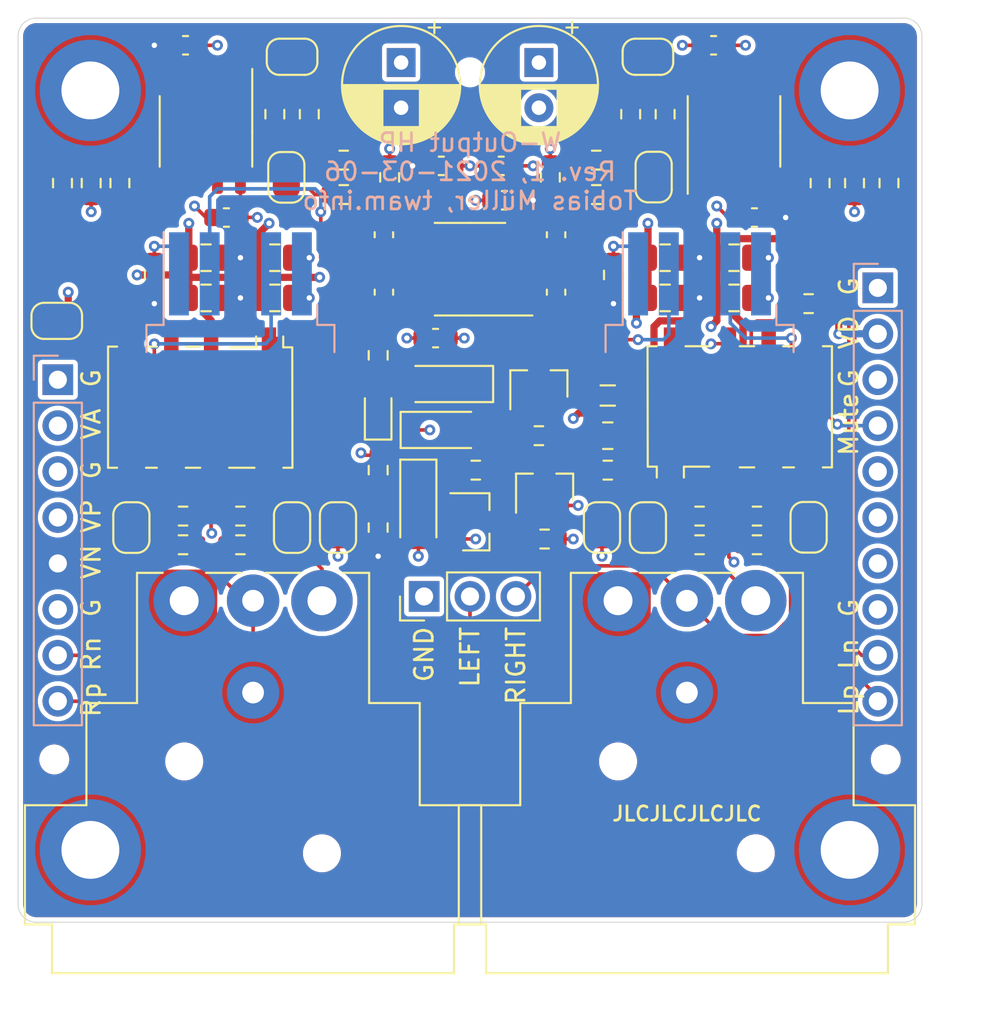
<source format=kicad_pcb>
(kicad_pcb (version 20171130) (host pcbnew "(5.1.9-0-10_14)")
  (title_block (title "W-Output HP") (date 2021-03-06) (rev 1))
  (layers (0 F.Cu signal) (1 In1.Cu power) (2 In2.Cu power) (31 B.Cu power) (34 B.Paste user) (35 F.Paste user) (36 B.SilkS user) (37 F.SilkS user) (38 B.Mask user) (39 F.Mask user) (44 Edge.Cuts user))
  (net 0 "")
  (net 1 VCC)
  (net 2 GND)
  (net 3 VEE)
  (net 4 "Net-(D1-Pad2)")
  (net 5 "Net-(D1-Pad1)")
  (net 6 "Net-(D2-Pad2)")
  (net 7 "Net-(D3-Pad2)")
  (net 8 "Net-(D4-Pad1)")
  (net 9 Earth)
  (net 10 /R+)
  (net 11 /L+)
  (net 12 /L-)
  (net 13 /R-)
  (net 14 "Net-(JP1-Pad2)")
  (net 15 "Net-(JP1-Pad1)")
  (net 16 "Net-(JP2-Pad1)")
  (net 17 "Net-(JP3-Pad2)")
  (net 18 "Net-(JP3-Pad1)")
  (net 19 "Net-(JP4-Pad1)")
  (net 20 "Net-(JP6-Pad2)")
  (net 21 "Net-(JP6-Pad1)")
  (net 22 "Net-(JP7-Pad1)")
  (net 23 "Net-(JP8-Pad2)")
  (net 24 "Net-(JP8-Pad1)")
  (net 25 "Net-(JP10-Pad1)")
  (net 26 /Ln)
  (net 27 /Lp)
  (net 28 "Net-(K1-Pad4)")
  (net 29 "Net-(K1-Pad5)")
  (net 30 /Rp)
  (net 31 /Rn)
  (net 32 "Net-(J1-Pad2)")
  (net 33 +5VD)
  (net 34 "Net-(Q1-Pad1)")
  (net 35 "Net-(Q2-Pad1)")
  (net 36 "Net-(J1-Pad4)")
  (net 37 /Mute)
  (net 38 "Net-(C4-Pad1)")
  (net 39 "Net-(R10-Pad1)")
  (net 40 "Net-(C5-Pad1)")
  (net 41 "Net-(R15-Pad2)")
  (net 42 "Net-(C17-Pad1)")
  (net 43 "Net-(R25-Pad2)")
  (net 44 "Net-(C18-Pad1)")
  (net 45 "Net-(R33-Pad2)")
  (net 46 "Net-(C4-Pad2)")
  (net 47 "Net-(C17-Pad2)")
  (net 48 "Net-(J1-Pad7)")
  (net 49 "Net-(J1-Pad6)")
  (net 50 "Net-(J1-Pad5)")
  (net 51 "Net-(J2-Pad2)")
  (net 52 "Net-(JP2-Pad2)")
  (net 53 "Net-(JP4-Pad2)")
  (net 54 "Net-(JP7-Pad2)")
  (net 55 "Net-(JP9-Pad2)")
  (net 56 "Net-(K2-Pad4)")
  (net 57 "Net-(K2-Pad5)")
  (module Jumper:SolderJumper-2_P1.3mm_Open_RoundedPad1.0x1.5mm (layer F.Cu) (at 127.14 91.745)
    (fp_text reference JP11 hide)
    (fp_text value Jumper_2_Open)
    (pad 2 smd custom (at 0.65 0) (size 1 0.5) (layers F.Cu F.Mask) (net 2 GND) (options (clearance outline) (anchor rect)) (primitives (gr_circle (center 0 0.25) (end 0.5 0.25) (width 0)) (gr_circle (center 0 -0.25) (end 0.5 -0.25) (width 0)) (gr_poly (pts (xy 0 -0.75) (xy -0.5 -0.75) (xy -0.5 0.75) (xy 0 0.75)) (width 0))))
    (pad 1 smd custom (at -0.65 0) (size 1 0.5) (layers F.Cu F.Mask) (net 9 Earth) (options (clearance outline) (anchor rect)) (primitives (gr_circle (center 0 0.25) (end 0.5 0.25) (width 0)) (gr_circle (center 0 -0.25) (end 0.5 -0.25) (width 0)) (gr_poly (pts (xy 0 -0.75) (xy 0.5 -0.75) (xy 0.5 0.75) (xy 0 0.75)) (width 0))))
  )
  (module MountingHole:MountingHole_JLCPCB (layer F.Cu) (at 150 78)
    (fp_text reference REF** hide)
    (fp_text value MountingHole_JLCPCB)
    (pad "" np_thru_hole circle (at 0 0) (size 1.152 1.152) (drill 1.152) (layers *.Cu *.Mask) (clearance 0.148))
  )
  (module MountingHole:MountingHole_JLCPCB (layer F.Cu) (at 173 116)
    (fp_text reference REF** hide)
    (fp_text value MountingHole_JLCPCB)
    (pad "" np_thru_hole circle (at 0 0) (size 1.152 1.152) (drill 1.152) (layers *.Cu *.Mask) (clearance 0.148))
  )
  (module MountingHole:MountingHole_JLCPCB (layer F.Cu) (at 127 116)
    (fp_text reference REF** hide)
    (fp_text value MountingHole_JLCPCB)
    (pad "" np_thru_hole circle (at 0 0) (size 1.152 1.152) (drill 1.152) (layers *.Cu *.Mask) (clearance 0.148))
  )
  (module Connector_Audio:Jack_XLR_Neutrik_NC3MBH_Horizontal (layer F.Cu) (at 158.19 107.22)
    (fp_text reference J5 hide)
    (fp_text value NC3MBH-1)
    (pad G thru_hole circle (at 3.81 5.08) (size 2.9 2.9) (drill 1.2) (layers *.Cu *.Mask) (net 9 Earth))
    (pad "" np_thru_hole circle (at 0 8.89) (size 1.6 1.6) (drill 1.6) (layers *.Cu *.Mask))
    (pad "" np_thru_hole circle (at 7.62 13.97) (size 1.6 1.6) (drill 1.6) (layers *.Cu *.Mask))
    (pad 3 thru_hole circle (at 3.81 0) (size 2.9 2.9) (drill 1.2) (layers *.Cu *.Mask) (net 10 /R+))
    (pad 1 thru_hole circle (at 0 0) (size 3.4 3.4) (drill 1.6) (layers *.Cu *.Mask) (net 9 Earth))
    (pad 2 thru_hole circle (at 7.62 0) (size 3.4 3.4) (drill 1.6) (layers *.Cu *.Mask) (net 13 /R-))
  )
  (module Resistor_SMD:R_0603_1608Metric (layer F.Cu) (at 132.5375 89.205 90)
    (fp_text reference R15 hide)
    (fp_text value 0R)
    (pad 2 smd roundrect (at 0.825 0 90) (size 0.8 0.95) (layers F.Cu F.Paste F.Mask) (net 41 "Net-(R15-Pad2)"))
    (pad 1 smd roundrect (at -0.825 0 90) (size 0.8 0.95) (layers F.Cu F.Paste F.Mask) (net 3 VEE))
  )
  (module Resistor_SMD:R_0603_1608Metric (layer F.Cu) (at 154.445 83.8075 270)
    (fp_text reference R14 hide)
    (fp_text value 1k)
    (pad 2 smd roundrect (at 0.825 0 270) (size 0.8 0.95) (layers F.Cu F.Paste F.Mask) (net 40 "Net-(C5-Pad1)"))
    (pad 1 smd roundrect (at -0.825 0 270) (size 0.8 0.95) (layers F.Cu F.Paste F.Mask) (net 2 GND))
  )
  (module Capacitor_SMD:C_0603_1608Metric (layer F.Cu) (at 154.7625 86.9825 270)
    (fp_text reference C5 hide)
    (fp_text value NP)
    (pad 2 smd roundrect (at 0.775 0 270) (size 0.9 0.95) (layers F.Cu F.Paste F.Mask) (net 38 "Net-(C4-Pad1)"))
    (pad 1 smd roundrect (at -0.775 0 270) (size 0.9 0.95) (layers F.Cu F.Paste F.Mask) (net 40 "Net-(C5-Pad1)"))
  )
  (module Capacitor_SMD:C_0603_1608Metric (layer F.Cu) (at 154.7625 90.1575 270)
    (fp_text reference C4 hide)
    (fp_text value NP)
    (pad 2 smd roundrect (at 0.775 0 270) (size 0.9 0.95) (layers F.Cu F.Paste F.Mask) (net 46 "Net-(C4-Pad2)"))
    (pad 1 smd roundrect (at -0.775 0 270) (size 0.9 0.95) (layers F.Cu F.Paste F.Mask) (net 38 "Net-(C4-Pad1)"))
  )
  (module Capacitor_SMD:C_0603_1608Metric (layer F.Cu) (at 145.2375 90.1575 270)
    (fp_text reference C17 hide)
    (fp_text value NP)
    (pad 2 smd roundrect (at 0.775 0 270) (size 0.9 0.95) (layers F.Cu F.Paste F.Mask) (net 47 "Net-(C17-Pad2)"))
    (pad 1 smd roundrect (at -0.775 0 270) (size 0.9 0.95) (layers F.Cu F.Paste F.Mask) (net 42 "Net-(C17-Pad1)"))
  )
  (module Capacitor_SMD:C_0603_1608Metric (layer F.Cu) (at 145.2375 86.9825 270)
    (fp_text reference C18 hide)
    (fp_text value NP)
    (pad 2 smd roundrect (at 0.775 0 270) (size 0.9 0.95) (layers F.Cu F.Paste F.Mask) (net 42 "Net-(C17-Pad1)"))
    (pad 1 smd roundrect (at -0.775 0 270) (size 0.9 0.95) (layers F.Cu F.Paste F.Mask) (net 44 "Net-(C18-Pad1)"))
  )
  (module Capacitor_SMD:C_0603_1608Metric (layer F.Cu) (at 151.905 85.0775 180)
    (fp_text reference C14 hide)
    (fp_text value 100n)
    (pad 2 smd roundrect (at 0.775 0 180) (size 0.9 0.95) (layers F.Cu F.Paste F.Mask) (net 2 GND))
    (pad 1 smd roundrect (at -0.775 0 180) (size 0.9 0.95) (layers F.Cu F.Paste F.Mask) (net 3 VEE))
  )
  (module Capacitor_SMD:C_0603_1608Metric (layer F.Cu) (at 148.095 92.6975 180)
    (fp_text reference C11 hide)
    (fp_text value 100n)
    (pad 2 smd roundrect (at 0.775 0 180) (size 0.9 0.95) (layers F.Cu F.Paste F.Mask) (net 1 VCC))
    (pad 1 smd roundrect (at -0.775 0 180) (size 0.9 0.95) (layers F.Cu F.Paste F.Mask) (net 2 GND))
  )
  (module Resistor_SMD:R_0603_1608Metric (layer F.Cu) (at 145.555 83.8075 270)
    (fp_text reference R32 hide)
    (fp_text value 1k)
    (pad 2 smd roundrect (at 0.825 0 270) (size 0.8 0.95) (layers F.Cu F.Paste F.Mask) (net 44 "Net-(C18-Pad1)"))
    (pad 1 smd roundrect (at -0.825 0 270) (size 0.8 0.95) (layers F.Cu F.Paste F.Mask) (net 2 GND))
  )
  (module Package_SO:SOIC-8_3.9x4.9mm_P1.27mm (layer F.Cu) (at 150 88.8875 180)
    (fp_text reference U3 hide)
    (fp_text value LM4562)
    (pad 8 smd roundrect (at 2.475 -1.905 180) (size 1.95 0.6) (layers F.Cu F.Paste F.Mask) (net 1 VCC))
    (pad 7 smd roundrect (at 2.475 -0.635 180) (size 1.95 0.6) (layers F.Cu F.Paste F.Mask) (net 47 "Net-(C17-Pad2)"))
    (pad 6 smd roundrect (at 2.475 0.635 180) (size 1.95 0.6) (layers F.Cu F.Paste F.Mask) (net 42 "Net-(C17-Pad1)"))
    (pad 5 smd roundrect (at 2.475 1.905 180) (size 1.95 0.6) (layers F.Cu F.Paste F.Mask) (net 44 "Net-(C18-Pad1)"))
    (pad 4 smd roundrect (at -2.475 1.905 180) (size 1.95 0.6) (layers F.Cu F.Paste F.Mask) (net 3 VEE))
    (pad 3 smd roundrect (at -2.475 0.635 180) (size 1.95 0.6) (layers F.Cu F.Paste F.Mask) (net 40 "Net-(C5-Pad1)"))
    (pad 2 smd roundrect (at -2.475 -0.635 180) (size 1.95 0.6) (layers F.Cu F.Paste F.Mask) (net 38 "Net-(C4-Pad1)"))
    (pad 1 smd roundrect (at -2.475 -1.905 180) (size 1.95 0.6) (layers F.Cu F.Paste F.Mask) (net 46 "Net-(C4-Pad2)"))
  )
  (module Jumper:SolderJumper-2_P1.3mm_Open_RoundedPad1.0x1.5mm (layer F.Cu) (at 160.16 83.7925 270)
    (fp_text reference JP3 hide)
    (fp_text value Jumper_2_Open)
    (pad 2 smd custom (at 0.65 0 270) (size 1 0.5) (layers F.Cu F.Mask) (net 17 "Net-(JP3-Pad2)") (options (clearance outline) (anchor rect)) (primitives (gr_circle (center 0 0.25) (end 0.5 0.25) (width 0)) (gr_circle (center 0 -0.25) (end 0.5 -0.25) (width 0)) (gr_poly (pts (xy 0 -0.75) (xy -0.5 -0.75) (xy -0.5 0.75) (xy 0 0.75)) (width 0))))
    (pad 1 smd custom (at -0.65 0 270) (size 1 0.5) (layers F.Cu F.Mask) (net 18 "Net-(JP3-Pad1)") (options (clearance outline) (anchor rect)) (primitives (gr_circle (center 0 0.25) (end 0.5 0.25) (width 0)) (gr_circle (center 0 -0.25) (end 0.5 -0.25) (width 0)) (gr_poly (pts (xy 0 -0.75) (xy 0.5 -0.75) (xy 0.5 0.75) (xy 0 0.75)) (width 0))))
  )
  (module Resistor_SMD:R_0603_1608Metric (layer F.Cu) (at 143.015 82.855)
    (fp_text reference R27 hide)
    (fp_text value 1k)
    (pad 2 smd roundrect (at 0.825 0) (size 0.8 0.95) (layers F.Cu F.Paste F.Mask) (net 44 "Net-(C18-Pad1)"))
    (pad 1 smd roundrect (at -0.825 0) (size 0.8 0.95) (layers F.Cu F.Paste F.Mask) (net 24 "Net-(JP8-Pad1)"))
  )
  (module Resistor_SMD:R_0603_1608Metric (layer F.Cu) (at 160.795 80.315 90)
    (fp_text reference R6 hide)
    (fp_text value 1k)
    (pad 2 smd roundrect (at 0.825 0 90) (size 0.8 0.95) (layers F.Cu F.Paste F.Mask) (net 15 "Net-(JP1-Pad1)"))
    (pad 1 smd roundrect (at -0.825 0 90) (size 0.8 0.95) (layers F.Cu F.Paste F.Mask) (net 38 "Net-(C4-Pad1)"))
  )
  (module Resistor_SMD:R_0603_1608Metric (layer F.Cu) (at 141.11 80.315 90)
    (fp_text reference R22 hide)
    (fp_text value 430R)
    (pad 2 smd roundrect (at 0.825 0 90) (size 0.8 0.95) (layers F.Cu F.Paste F.Mask) (net 20 "Net-(JP6-Pad2)"))
    (pad 1 smd roundrect (at -0.825 0 90) (size 0.8 0.95) (layers F.Cu F.Paste F.Mask) (net 42 "Net-(C17-Pad1)"))
  )
  (module Package_SO:SOIC-8_3.9x4.9mm_P1.27mm (layer F.Cu) (at 164.605 81.2675 90)
    (fp_text reference U1 hide)
    (fp_text value LM4562)
    (pad 8 smd roundrect (at 2.475 -1.905 90) (size 1.95 0.6) (layers F.Cu F.Paste F.Mask) (net 1 VCC))
    (pad 7 smd roundrect (at 2.475 -0.635 90) (size 1.95 0.6) (layers F.Cu F.Paste F.Mask) (net 15 "Net-(JP1-Pad1)"))
    (pad 6 smd roundrect (at 2.475 0.635 90) (size 1.95 0.6) (layers F.Cu F.Paste F.Mask) (net 15 "Net-(JP1-Pad1)"))
    (pad 5 smd roundrect (at 2.475 1.905 90) (size 1.95 0.6) (layers F.Cu F.Paste F.Mask) (net 26 /Ln))
    (pad 4 smd roundrect (at -2.475 1.905 90) (size 1.95 0.6) (layers F.Cu F.Paste F.Mask) (net 3 VEE))
    (pad 3 smd roundrect (at -2.475 0.635 90) (size 1.95 0.6) (layers F.Cu F.Paste F.Mask) (net 27 /Lp))
    (pad 2 smd roundrect (at -2.475 -0.635 90) (size 1.95 0.6) (layers F.Cu F.Paste F.Mask) (net 18 "Net-(JP3-Pad1)"))
    (pad 1 smd roundrect (at -2.475 -1.905 90) (size 1.95 0.6) (layers F.Cu F.Paste F.Mask) (net 18 "Net-(JP3-Pad1)"))
  )
  (module Capacitor_SMD:C_0603_1608Metric (layer F.Cu) (at 165.735 86.03 180)
    (fp_text reference C12 hide)
    (fp_text value 100n)
    (pad 2 smd roundrect (at 0.775 0 180) (size 0.9 0.95) (layers F.Cu F.Paste F.Mask) (net 2 GND))
    (pad 1 smd roundrect (at -0.775 0 180) (size 0.9 0.95) (layers F.Cu F.Paste F.Mask) (net 3 VEE))
  )
  (module Capacitor_SMD:C_0603_1608Metric (layer F.Cu) (at 134.265 76.505)
    (fp_text reference C13 hide)
    (fp_text value 100n)
    (pad 2 smd roundrect (at 0.775 0) (size 0.9 0.95) (layers F.Cu F.Paste F.Mask) (net 2 GND))
    (pad 1 smd roundrect (at -0.775 0) (size 0.9 0.95) (layers F.Cu F.Paste F.Mask) (net 3 VEE))
  )
  (module Capacitor_SMD:C_0603_1608Metric (layer F.Cu) (at 136.525 86.03)
    (fp_text reference C10 hide)
    (fp_text value 100n)
    (pad 2 smd roundrect (at 0.775 0) (size 0.9 0.95) (layers F.Cu F.Paste F.Mask) (net 1 VCC))
    (pad 1 smd roundrect (at -0.775 0) (size 0.9 0.95) (layers F.Cu F.Paste F.Mask) (net 2 GND))
  )
  (module Resistor_SMD:R_0603_1608Metric (layer F.Cu) (at 130.6325 84.125 270)
    (fp_text reference R31 hide)
    (fp_text value 47k)
    (pad 2 smd roundrect (at 0.825 0 270) (size 0.8 0.95) (layers F.Cu F.Paste F.Mask) (net 30 /Rp))
    (pad 1 smd roundrect (at -0.825 0 270) (size 0.8 0.95) (layers F.Cu F.Paste F.Mask) (net 43 "Net-(R25-Pad2)"))
  )
  (module Resistor_SMD:R_0603_1608Metric (layer F.Cu) (at 129.045 84.125 270)
    (fp_text reference R28 hide)
    (fp_text value 2M2)
    (pad 2 smd roundrect (at 0.825 0 270) (size 0.8 0.95) (layers F.Cu F.Paste F.Mask) (net 2 GND))
    (pad 1 smd roundrect (at -0.825 0 270) (size 0.8 0.95) (layers F.Cu F.Paste F.Mask) (net 43 "Net-(R25-Pad2)"))
  )
  (module Resistor_SMD:R_0603_1608Metric (layer F.Cu) (at 127.4575 84.125 90)
    (fp_text reference R25 hide)
    (fp_text value 47k)
    (pad 2 smd roundrect (at 0.825 0 90) (size 0.8 0.95) (layers F.Cu F.Paste F.Mask) (net 43 "Net-(R25-Pad2)"))
    (pad 1 smd roundrect (at -0.825 0 90) (size 0.8 0.95) (layers F.Cu F.Paste F.Mask) (net 31 /Rn))
  )
  (module Package_SO:SOIC-8_3.9x4.9mm_P1.27mm (layer F.Cu) (at 135.395 81.2675 270)
    (fp_text reference U2 hide)
    (fp_text value LM4562)
    (pad 8 smd roundrect (at 2.475 -1.905 270) (size 1.95 0.6) (layers F.Cu F.Paste F.Mask) (net 1 VCC))
    (pad 7 smd roundrect (at 2.475 -0.635 270) (size 1.95 0.6) (layers F.Cu F.Paste F.Mask) (net 24 "Net-(JP8-Pad1)"))
    (pad 6 smd roundrect (at 2.475 0.635 270) (size 1.95 0.6) (layers F.Cu F.Paste F.Mask) (net 24 "Net-(JP8-Pad1)"))
    (pad 5 smd roundrect (at 2.475 1.905 270) (size 1.95 0.6) (layers F.Cu F.Paste F.Mask) (net 30 /Rp))
    (pad 4 smd roundrect (at -2.475 1.905 270) (size 1.95 0.6) (layers F.Cu F.Paste F.Mask) (net 3 VEE))
    (pad 3 smd roundrect (at -2.475 0.635 270) (size 1.95 0.6) (layers F.Cu F.Paste F.Mask) (net 31 /Rn))
    (pad 2 smd roundrect (at -2.475 -0.635 270) (size 1.95 0.6) (layers F.Cu F.Paste F.Mask) (net 21 "Net-(JP6-Pad1)"))
    (pad 1 smd roundrect (at -2.475 -1.905 270) (size 1.95 0.6) (layers F.Cu F.Paste F.Mask) (net 21 "Net-(JP6-Pad1)"))
  )
  (module Connector_PinHeader_2.54mm:PinHeader_1x03_P2.54mm_Vertical (layer F.Cu) (at 147.46 106.985 90)
    (fp_text reference J3 hide)
    (fp_text value Conn_01x03)
    (pad 3 thru_hole oval (at 0 5.08 90) (size 1.7 1.7) (drill 1) (layers *.Cu *.Mask) (net 10 /R+))
    (pad 2 thru_hole oval (at 0 2.54 90) (size 1.7 1.7) (drill 1) (layers *.Cu *.Mask) (net 11 /L+))
    (pad 1 thru_hole rect (at 0 0 90) (size 1.7 1.7) (drill 1) (layers *.Cu *.Mask) (net 2 GND))
  )
  (module Capacitor_SMD:C_0603_1608Metric (layer F.Cu) (at 148.4125 83.1725 180)
    (fp_text reference C23 hide)
    (fp_text value 100n)
    (pad 2 smd roundrect (at 0.775 0 180) (size 0.9 0.95) (layers F.Cu F.Paste F.Mask) (net 3 VEE))
    (pad 1 smd roundrect (at -0.775 0 180) (size 0.9 0.95) (layers F.Cu F.Paste F.Mask) (net 2 GND))
  )
  (module Capacitor_SMD:C_0603_1608Metric (layer F.Cu) (at 151.7275 83.1725 180)
    (fp_text reference C22 hide)
    (fp_text value 100n)
    (pad 2 smd roundrect (at 0.775 0 180) (size 0.9 0.95) (layers F.Cu F.Paste F.Mask) (net 2 GND))
    (pad 1 smd roundrect (at -0.775 0 180) (size 0.9 0.95) (layers F.Cu F.Paste F.Mask) (net 1 VCC))
  )
  (module Capacitor_THT:CP_Radial_D6.3mm_P2.50mm (layer F.Cu) (at 153.81 77.4575 270)
    (fp_text reference C21 hide)
    (fp_text value 100u)
    (pad 2 thru_hole circle (at 2.5 0 270) (size 1.6 1.6) (drill 0.8) (layers *.Cu *.Mask) (net 2 GND))
    (pad 1 thru_hole rect (at 0 0 270) (size 1.6 1.6) (drill 0.8) (layers *.Cu *.Mask) (net 1 VCC))
  )
  (module Capacitor_THT:CP_Radial_D6.3mm_P2.50mm (layer F.Cu) (at 146.19 77.4575 270)
    (fp_text reference C8 hide)
    (fp_text value 100u)
    (pad 2 thru_hole circle (at 2.5 0 270) (size 1.6 1.6) (drill 0.8) (layers *.Cu *.Mask) (net 3 VEE))
    (pad 1 thru_hole rect (at 0 0 270) (size 1.6 1.6) (drill 0.8) (layers *.Cu *.Mask) (net 2 GND))
  )
  (module Capacitor_SMD:C_0805_2012Metric (layer F.Cu) (at 135.3975 90.475 180)
    (fp_text reference C20 hide)
    (fp_text value 10u)
    (pad 2 smd roundrect (at 0.95 0 180) (size 1 1.45) (layers F.Cu F.Paste F.Mask) (net 2 GND))
    (pad 1 smd roundrect (at -0.95 0 180) (size 1 1.45) (layers F.Cu F.Paste F.Mask) (net 3 VEE))
  )
  (module Capacitor_SMD:C_0805_2012Metric (layer F.Cu) (at 135.395 88.2525 180)
    (fp_text reference C19 hide)
    (fp_text value 10u)
    (pad 2 smd roundrect (at 0.95 0 180) (size 1 1.45) (layers F.Cu F.Paste F.Mask) (net 2 GND))
    (pad 1 smd roundrect (at -0.95 0 180) (size 1 1.45) (layers F.Cu F.Paste F.Mask) (net 3 VEE))
  )
  (module Capacitor_SMD:C_0805_2012Metric (layer F.Cu) (at 139.2075 90.475 180)
    (fp_text reference C16 hide)
    (fp_text value 10u)
    (pad 2 smd roundrect (at 0.95 0 180) (size 1 1.45) (layers F.Cu F.Paste F.Mask) (net 2 GND))
    (pad 1 smd roundrect (at -0.95 0 180) (size 1 1.45) (layers F.Cu F.Paste F.Mask) (net 1 VCC))
  )
  (module Capacitor_SMD:C_0805_2012Metric (layer F.Cu) (at 139.205 88.2525 180)
    (fp_text reference C15 hide)
    (fp_text value 10u)
    (pad 2 smd roundrect (at 0.95 0 180) (size 1 1.45) (layers F.Cu F.Paste F.Mask) (net 2 GND))
    (pad 1 smd roundrect (at -0.95 0 180) (size 1 1.45) (layers F.Cu F.Paste F.Mask) (net 1 VCC))
  )
  (module Capacitor_SMD:C_0805_2012Metric (layer F.Cu) (at 160.7975 90.475 180)
    (fp_text reference C7 hide)
    (fp_text value 10u)
    (pad 2 smd roundrect (at 0.95 0 180) (size 1 1.45) (layers F.Cu F.Paste F.Mask) (net 2 GND))
    (pad 1 smd roundrect (at -0.95 0 180) (size 1 1.45) (layers F.Cu F.Paste F.Mask) (net 3 VEE))
  )
  (module Capacitor_SMD:C_0805_2012Metric (layer F.Cu) (at 160.7975 88.2525 180)
    (fp_text reference C6 hide)
    (fp_text value 10u)
    (pad 2 smd roundrect (at 0.95 0 180) (size 1 1.45) (layers F.Cu F.Paste F.Mask) (net 2 GND))
    (pad 1 smd roundrect (at -0.95 0 180) (size 1 1.45) (layers F.Cu F.Paste F.Mask) (net 3 VEE))
  )
  (module Capacitor_SMD:C_0805_2012Metric (layer F.Cu) (at 164.6025 88.2525 180)
    (fp_text reference C3 hide)
    (fp_text value 10u)
    (pad 2 smd roundrect (at 0.95 0 180) (size 1 1.45) (layers F.Cu F.Paste F.Mask) (net 2 GND))
    (pad 1 smd roundrect (at -0.95 0 180) (size 1 1.45) (layers F.Cu F.Paste F.Mask) (net 1 VCC))
  )
  (module Capacitor_SMD:C_0805_2012Metric (layer F.Cu) (at 164.605 90.475 180)
    (fp_text reference C2 hide)
    (fp_text value 10u)
    (pad 2 smd roundrect (at 0.95 0 180) (size 1 1.45) (layers F.Cu F.Paste F.Mask) (net 2 GND))
    (pad 1 smd roundrect (at -0.95 0 180) (size 1 1.45) (layers F.Cu F.Paste F.Mask) (net 1 VCC))
  )
  (module Capacitor_SMD:C_0805_2012Metric (layer F.Cu) (at 157.6225 98.095)
    (fp_text reference C1 hide)
    (fp_text value 10u)
    (pad 2 smd roundrect (at 0.95 0) (size 1 1.45) (layers F.Cu F.Paste F.Mask) (net 2 GND))
    (pad 1 smd roundrect (at -0.95 0) (size 1 1.45) (layers F.Cu F.Paste F.Mask) (net 33 +5VD))
  )
  (module Relay_SMD:Relay_DPDT_Omron_G6K-2F-Y (layer F.Cu) (at 164.9225 96.5075 90)
    (fp_text reference K2 hide)
    (fp_text value G6K-2)
    (pad 1 smd rect (at -3.5 -3.8 90) (size 1.8 0.8) (layers F.Cu F.Paste F.Mask) (net 5 "Net-(D1-Pad1)"))
    (pad 2 smd rect (at -3.5 -0.6 90) (size 1.8 0.8) (layers F.Cu F.Paste F.Mask) (net 2 GND))
    (pad 3 smd rect (at -3.5 1.6 90) (size 1.8 0.8) (layers F.Cu F.Paste F.Mask) (net 10 /R+))
    (pad 4 smd rect (at -3.5 3.8 90) (size 1.8 0.8) (layers F.Cu F.Paste F.Mask) (net 56 "Net-(K2-Pad4)"))
    (pad 5 smd rect (at 3.5 3.8 90) (size 1.8 0.8) (layers F.Cu F.Paste F.Mask) (net 57 "Net-(K2-Pad5)"))
    (pad 6 smd rect (at 3.5 1.6 90) (size 1.8 0.8) (layers F.Cu F.Paste F.Mask) (net 13 /R-))
    (pad 7 smd rect (at 3.5 -0.6 90) (size 1.8 0.8) (layers F.Cu F.Paste F.Mask) (net 2 GND))
    (pad 8 smd rect (at 3.5 -3.8 90) (size 1.8 0.8) (layers F.Cu F.Paste F.Mask) (net 4 "Net-(D1-Pad2)"))
  )
  (module Connector_PinSocket_2.54mm:PinSocket_1x08_P2.54mm_Vertical (layer B.Cu) (at 127.2 95 180)
    (fp_text reference J2 hide)
    (fp_text value Conn_01x08 hide)
    (pad 8 thru_hole oval (at 0 -17.78 180) (size 1.7 1.7) (drill 1) (layers *.Cu *.Mask) (net 30 /Rp))
    (pad 7 thru_hole oval (at 0 -15.24 180) (size 1.7 1.7) (drill 1) (layers *.Cu *.Mask) (net 31 /Rn))
    (pad 6 thru_hole oval (at 0 -12.7 180) (size 1.7 1.7) (drill 1) (layers *.Cu *.Mask) (net 2 GND))
    (pad 5 thru_hole oval (at 0 -10.16 180) (size 1.7 1.7) (drill 1) (layers *.Cu *.Mask) (net 3 VEE))
    (pad 4 thru_hole oval (at 0 -7.62 180) (size 1.7 1.7) (drill 1) (layers *.Cu *.Mask) (net 1 VCC))
    (pad 3 thru_hole oval (at 0 -5.08 180) (size 1.7 1.7) (drill 1) (layers *.Cu *.Mask) (net 2 GND))
    (pad 2 thru_hole oval (at 0 -2.54 180) (size 1.7 1.7) (drill 1) (layers *.Cu *.Mask) (net 51 "Net-(J2-Pad2)"))
    (pad 1 thru_hole rect (at 0 0 180) (size 1.7 1.7) (drill 1) (layers *.Cu *.Mask) (net 2 GND))
  )
  (module Connector_PinSocket_2.54mm:PinSocket_1x10_P2.54mm_Vertical (layer B.Cu) (at 172.56 89.92 180)
    (fp_text reference J1 hide)
    (fp_text value Conn_01x10 hide)
    (pad 10 thru_hole oval (at 0 -22.86 180) (size 1.7 1.7) (drill 1) (layers *.Cu *.Mask) (net 27 /Lp))
    (pad 9 thru_hole oval (at 0 -20.32 180) (size 1.7 1.7) (drill 1) (layers *.Cu *.Mask) (net 26 /Ln))
    (pad 8 thru_hole oval (at 0 -17.78 180) (size 1.7 1.7) (drill 1) (layers *.Cu *.Mask) (net 2 GND))
    (pad 7 thru_hole oval (at 0 -15.24 180) (size 1.7 1.7) (drill 1) (layers *.Cu *.Mask) (net 48 "Net-(J1-Pad7)"))
    (pad 6 thru_hole oval (at 0 -12.7 180) (size 1.7 1.7) (drill 1) (layers *.Cu *.Mask) (net 49 "Net-(J1-Pad6)"))
    (pad 5 thru_hole oval (at 0 -10.16 180) (size 1.7 1.7) (drill 1) (layers *.Cu *.Mask) (net 50 "Net-(J1-Pad5)"))
    (pad 4 thru_hole oval (at 0 -7.62 180) (size 1.7 1.7) (drill 1) (layers *.Cu *.Mask) (net 36 "Net-(J1-Pad4)"))
    (pad 3 thru_hole oval (at 0 -5.08 180) (size 1.7 1.7) (drill 1) (layers *.Cu *.Mask) (net 2 GND))
    (pad 2 thru_hole oval (at 0 -2.54 180) (size 1.7 1.7) (drill 1) (layers *.Cu *.Mask) (net 32 "Net-(J1-Pad2)"))
    (pad 1 thru_hole rect (at 0 0 180) (size 1.7 1.7) (drill 1) (layers *.Cu *.Mask) (net 2 GND))
  )
  (module Connector_Audio:Jack_XLR_Neutrik_NC3MBH_Horizontal (layer F.Cu) (at 134.19 107.22)
    (fp_text reference J4 hide)
    (fp_text value NC3MBH-1)
    (pad G thru_hole circle (at 3.81 5.08) (size 2.9 2.9) (drill 1.2) (layers *.Cu *.Mask) (net 9 Earth))
    (pad "" np_thru_hole circle (at 0 8.89) (size 1.6 1.6) (drill 1.6) (layers *.Cu *.Mask))
    (pad "" np_thru_hole circle (at 7.62 13.97) (size 1.6 1.6) (drill 1.6) (layers *.Cu *.Mask))
    (pad 3 thru_hole circle (at 3.81 0) (size 2.9 2.9) (drill 1.2) (layers *.Cu *.Mask) (net 11 /L+))
    (pad 1 thru_hole circle (at 0 0) (size 3.4 3.4) (drill 1.6) (layers *.Cu *.Mask) (net 9 Earth))
    (pad 2 thru_hole circle (at 7.62 0) (size 3.4 3.4) (drill 1.6) (layers *.Cu *.Mask) (net 12 /L-))
  )
  (module Package_TO_SOT_SMD:TO-263-5_TabPin3 (layer B.Cu) (at 162.7 94.92 270)
    (fp_text reference U5 hide)
    (fp_text value LME49600)
    (pad 3 smd rect (at 3.375 0 270) (size 9.4 10.8) (layers B.Cu B.Mask) (net 3 VEE))
    (pad 5 smd rect (at -5.775 -3.4 270) (size 4.6 1.1) (layers B.Cu B.Paste B.Mask) (net 1 VCC))
    (pad 4 smd rect (at -5.775 -1.7 270) (size 4.6 1.1) (layers B.Cu B.Paste B.Mask) (net 22 "Net-(JP7-Pad1)"))
    (pad 3 smd rect (at -5.775 0 270) (size 4.6 1.1) (layers B.Cu B.Paste B.Mask) (net 3 VEE))
    (pad 2 smd rect (at -5.775 1.7 270) (size 4.6 1.1) (layers B.Cu B.Paste B.Mask) (net 47 "Net-(C17-Pad2)"))
    (pad 1 smd rect (at -5.775 3.4 270) (size 4.6 1.1) (layers B.Cu B.Paste B.Mask) (net 45 "Net-(R33-Pad2)"))
  )
  (module Package_TO_SOT_SMD:TO-263-5_TabPin3 (layer B.Cu) (at 137.3 94.92 270)
    (fp_text reference U4 hide)
    (fp_text value LME49600)
    (pad 3 smd rect (at 3.375 0 270) (size 9.4 10.8) (layers B.Cu B.Mask) (net 3 VEE))
    (pad 5 smd rect (at -5.775 -3.4 270) (size 4.6 1.1) (layers B.Cu B.Paste B.Mask) (net 1 VCC))
    (pad 4 smd rect (at -5.775 -1.7 270) (size 4.6 1.1) (layers B.Cu B.Paste B.Mask) (net 16 "Net-(JP2-Pad1)"))
    (pad 3 smd rect (at -5.775 0 270) (size 4.6 1.1) (layers B.Cu B.Paste B.Mask) (net 3 VEE))
    (pad 2 smd rect (at -5.775 1.7 270) (size 4.6 1.1) (layers B.Cu B.Paste B.Mask) (net 46 "Net-(C4-Pad2)"))
    (pad 1 smd rect (at -5.775 3.4 270) (size 4.6 1.1) (layers B.Cu B.Paste B.Mask) (net 41 "Net-(R15-Pad2)"))
  )
  (module Resistor_SMD:R_0603_1608Metric (layer F.Cu) (at 162.7 104.1275)
    (fp_text reference R34 hide)
    (fp_text value 0R)
    (pad 2 smd roundrect (at 0.825 0) (size 0.8 0.95) (layers F.Cu F.Paste F.Mask) (net 13 /R-))
    (pad 1 smd roundrect (at -0.825 0) (size 0.8 0.95) (layers F.Cu F.Paste F.Mask) (net 55 "Net-(JP9-Pad2)"))
  )
  (module Resistor_SMD:R_0603_1608Metric (layer F.Cu) (at 157.9375 89.205 90)
    (fp_text reference R33 hide)
    (fp_text value 0R)
    (pad 2 smd roundrect (at 0.825 0 90) (size 0.8 0.95) (layers F.Cu F.Paste F.Mask) (net 45 "Net-(R33-Pad2)"))
    (pad 1 smd roundrect (at -0.825 0 90) (size 0.8 0.95) (layers F.Cu F.Paste F.Mask) (net 3 VEE))
  )
  (module Resistor_SMD:R_0603_1608Metric (layer F.Cu) (at 162.7 102.54)
    (fp_text reference R30 hide)
    (fp_text value 2R2)
    (pad 2 smd roundrect (at 0.825 0) (size 0.8 0.95) (layers F.Cu F.Paste F.Mask) (net 13 /R-))
    (pad 1 smd roundrect (at -0.825 0) (size 0.8 0.95) (layers F.Cu F.Paste F.Mask) (net 25 "Net-(JP10-Pad1)"))
  )
  (module Resistor_SMD:R_0603_1608Metric (layer F.Cu) (at 143.015 84.76 180)
    (fp_text reference R29 hide)
    (fp_text value 430R)
    (pad 2 smd roundrect (at 0.825 0 180) (size 0.8 0.95) (layers F.Cu F.Paste F.Mask) (net 23 "Net-(JP8-Pad2)"))
    (pad 1 smd roundrect (at -0.825 0 180) (size 0.8 0.95) (layers F.Cu F.Paste F.Mask) (net 44 "Net-(C18-Pad1)"))
  )
  (module Resistor_SMD:R_0603_1608Metric (layer F.Cu) (at 165.875 102.54 180)
    (fp_text reference R26 hide)
    (fp_text value 2R2)
    (pad 2 smd roundrect (at 0.825 0 180) (size 0.8 0.95) (layers F.Cu F.Paste F.Mask) (net 10 /R+))
    (pad 1 smd roundrect (at -0.825 0 180) (size 0.8 0.95) (layers F.Cu F.Paste F.Mask) (net 22 "Net-(JP7-Pad1)"))
  )
  (module Resistor_SMD:R_0603_1608Metric (layer F.Cu) (at 139.205 80.315 90)
    (fp_text reference R24 hide)
    (fp_text value 1k)
    (pad 2 smd roundrect (at 0.825 0 90) (size 0.8 0.95) (layers F.Cu F.Paste F.Mask) (net 21 "Net-(JP6-Pad1)"))
    (pad 1 smd roundrect (at -0.825 0 90) (size 0.8 0.95) (layers F.Cu F.Paste F.Mask) (net 42 "Net-(C17-Pad1)"))
  )
  (module Resistor_SMD:R_0603_1608Metric (layer F.Cu) (at 165.875 104.1275 180)
    (fp_text reference R23 hide)
    (fp_text value 0R)
    (pad 2 smd roundrect (at 0.825 0 180) (size 0.8 0.95) (layers F.Cu F.Paste F.Mask) (net 10 /R+))
    (pad 1 smd roundrect (at -0.825 0 180) (size 0.8 0.95) (layers F.Cu F.Paste F.Mask) (net 54 "Net-(JP7-Pad2)"))
  )
  (module Resistor_SMD:R_0603_1608Metric (layer F.Cu) (at 144.92 103.175 90)
    (fp_text reference R21 hide)
    (fp_text value 10k)
    (pad 2 smd roundrect (at 0.825 0 90) (size 0.8 0.95) (layers F.Cu F.Paste F.Mask) (net 8 "Net-(D4-Pad1)"))
    (pad 1 smd roundrect (at -0.825 0 90) (size 0.8 0.95) (layers F.Cu F.Paste F.Mask) (net 3 VEE))
  )
  (module Resistor_SMD:R_0603_1608Metric (layer F.Cu) (at 154.1275 103.81 180)
    (fp_text reference R20 hide)
    (fp_text value 10k)
    (pad 2 smd roundrect (at 0.825 0 180) (size 0.8 0.95) (layers F.Cu F.Paste F.Mask) (net 35 "Net-(Q2-Pad1)"))
    (pad 1 smd roundrect (at -0.825 0 180) (size 0.8 0.95) (layers F.Cu F.Paste F.Mask) (net 2 GND))
  )
  (module Resistor_SMD:R_0603_1608Metric (layer F.Cu) (at 150.3175 100 180)
    (fp_text reference R19 hide)
    (fp_text value 4k7)
    (pad 2 smd roundrect (at 0.825 0 180) (size 0.8 0.95) (layers F.Cu F.Paste F.Mask) (net 7 "Net-(D3-Pad2)"))
    (pad 1 smd roundrect (at -0.825 0 180) (size 0.8 0.95) (layers F.Cu F.Paste F.Mask) (net 35 "Net-(Q2-Pad1)"))
  )
  (module Resistor_SMD:R_0603_1608Metric (layer F.Cu) (at 144.92 100 90)
    (fp_text reference R18 hide)
    (fp_text value 10k)
    (pad 2 smd roundrect (at 0.825 0 90) (size 0.8 0.95) (layers F.Cu F.Paste F.Mask) (net 1 VCC))
    (pad 1 smd roundrect (at -0.825 0 90) (size 0.8 0.95) (layers F.Cu F.Paste F.Mask) (net 8 "Net-(D4-Pad1)"))
  )
  (module Resistor_SMD:R_0603_1608Metric (layer F.Cu) (at 144.92 93.65 270)
    (fp_text reference R17 hide)
    (fp_text value 1k)
    (pad 2 smd roundrect (at 0.825 0 270) (size 0.8 0.95) (layers F.Cu F.Paste F.Mask) (net 6 "Net-(D2-Pad2)"))
    (pad 1 smd roundrect (at -0.825 0 270) (size 0.8 0.95) (layers F.Cu F.Paste F.Mask) (net 5 "Net-(D1-Pad1)"))
  )
  (module Resistor_SMD:R_0603_1608Metric (layer F.Cu) (at 137.3 104.1275 180)
    (fp_text reference R16 hide)
    (fp_text value 0R)
    (pad 2 smd roundrect (at 0.825 0 180) (size 0.8 0.95) (layers F.Cu F.Paste F.Mask) (net 12 /L-))
    (pad 1 smd roundrect (at -0.825 0 180) (size 0.8 0.95) (layers F.Cu F.Paste F.Mask) (net 53 "Net-(JP4-Pad2)"))
  )
  (module Resistor_SMD:R_0603_1608Metric (layer F.Cu) (at 169.3675 84.125 270)
    (fp_text reference R13 hide)
    (fp_text value 47k)
    (pad 2 smd roundrect (at 0.825 0 270) (size 0.8 0.95) (layers F.Cu F.Paste F.Mask) (net 27 /Lp))
    (pad 1 smd roundrect (at -0.825 0 270) (size 0.8 0.95) (layers F.Cu F.Paste F.Mask) (net 39 "Net-(R10-Pad1)"))
  )
  (module Resistor_SMD:R_0603_1608Metric (layer F.Cu) (at 137.3 102.54 180)
    (fp_text reference R12 hide)
    (fp_text value 2R2)
    (pad 2 smd roundrect (at 0.825 0 180) (size 0.8 0.95) (layers F.Cu F.Paste F.Mask) (net 12 /L-))
    (pad 1 smd roundrect (at -0.825 0 180) (size 0.8 0.95) (layers F.Cu F.Paste F.Mask) (net 19 "Net-(JP4-Pad1)"))
  )
  (module Resistor_SMD:R_0603_1608Metric (layer F.Cu) (at 156.985 84.76)
    (fp_text reference R11 hide)
    (fp_text value 430R)
    (pad 2 smd roundrect (at 0.825 0) (size 0.8 0.95) (layers F.Cu F.Paste F.Mask) (net 17 "Net-(JP3-Pad2)"))
    (pad 1 smd roundrect (at -0.825 0) (size 0.8 0.95) (layers F.Cu F.Paste F.Mask) (net 40 "Net-(C5-Pad1)"))
  )
  (module Resistor_SMD:R_0603_1608Metric (layer F.Cu) (at 171.2725 84.125 270)
    (fp_text reference R10 hide)
    (fp_text value 2M2)
    (pad 2 smd roundrect (at 0.825 0 270) (size 0.8 0.95) (layers F.Cu F.Paste F.Mask) (net 2 GND))
    (pad 1 smd roundrect (at -0.825 0 270) (size 0.8 0.95) (layers F.Cu F.Paste F.Mask) (net 39 "Net-(R10-Pad1)"))
  )
  (module Resistor_SMD:R_0603_1608Metric (layer F.Cu) (at 156.985 82.855 180)
    (fp_text reference R9 hide)
    (fp_text value 1k)
    (pad 2 smd roundrect (at 0.825 0 180) (size 0.8 0.95) (layers F.Cu F.Paste F.Mask) (net 40 "Net-(C5-Pad1)"))
    (pad 1 smd roundrect (at -0.825 0 180) (size 0.8 0.95) (layers F.Cu F.Paste F.Mask) (net 18 "Net-(JP3-Pad1)"))
  )
  (module Resistor_SMD:R_0603_1608Metric (layer F.Cu) (at 134.125 102.54)
    (fp_text reference R8 hide)
    (fp_text value 2R2)
    (pad 2 smd roundrect (at 0.825 0) (size 0.8 0.95) (layers F.Cu F.Paste F.Mask) (net 11 /L+))
    (pad 1 smd roundrect (at -0.825 0) (size 0.8 0.95) (layers F.Cu F.Paste F.Mask) (net 16 "Net-(JP2-Pad1)"))
  )
  (module Resistor_SMD:R_0603_1608Metric (layer F.Cu) (at 173.1775 84.125 90)
    (fp_text reference R7 hide)
    (fp_text value 47k)
    (pad 2 smd roundrect (at 0.825 0 90) (size 0.8 0.95) (layers F.Cu F.Paste F.Mask) (net 39 "Net-(R10-Pad1)"))
    (pad 1 smd roundrect (at -0.825 0 90) (size 0.8 0.95) (layers F.Cu F.Paste F.Mask) (net 26 /Ln))
  )
  (module Resistor_SMD:R_0603_1608Metric (layer F.Cu) (at 134.125 104.1275)
    (fp_text reference R5 hide)
    (fp_text value 0R)
    (pad 2 smd roundrect (at 0.825 0) (size 0.8 0.95) (layers F.Cu F.Paste F.Mask) (net 11 /L+))
    (pad 1 smd roundrect (at -0.825 0) (size 0.8 0.95) (layers F.Cu F.Paste F.Mask) (net 52 "Net-(JP2-Pad2)"))
  )
  (module Resistor_SMD:R_0603_1608Metric (layer F.Cu) (at 158.89 80.315 90)
    (fp_text reference R4 hide)
    (fp_text value 430R)
    (pad 2 smd roundrect (at 0.825 0 90) (size 0.8 0.95) (layers F.Cu F.Paste F.Mask) (net 14 "Net-(JP1-Pad2)"))
    (pad 1 smd roundrect (at -0.825 0 90) (size 0.8 0.95) (layers F.Cu F.Paste F.Mask) (net 38 "Net-(C4-Pad1)"))
  )
  (module Resistor_SMD:R_0603_1608Metric (layer F.Cu) (at 157.62 100)
    (fp_text reference R3 hide)
    (fp_text value 10k)
    (pad 2 smd roundrect (at 0.825 0) (size 0.8 0.95) (layers F.Cu F.Paste F.Mask) (net 37 /Mute))
    (pad 1 smd roundrect (at -0.825 0) (size 0.8 0.95) (layers F.Cu F.Paste F.Mask) (net 34 "Net-(Q1-Pad1)"))
  )
  (module Resistor_SMD:R_0603_1608Metric (layer F.Cu) (at 168.7325 90.7925)
    (fp_text reference R2 hide)
    (fp_text value 0R)
    (pad 2 smd roundrect (at 0.825 0) (size 0.8 0.95) (layers F.Cu F.Paste F.Mask) (net 36 "Net-(J1-Pad4)"))
    (pad 1 smd roundrect (at -0.825 0) (size 0.8 0.95) (layers F.Cu F.Paste F.Mask) (net 37 /Mute))
  )
  (module Resistor_SMD:R_0603_1608Metric (layer F.Cu) (at 153.81 98.095 180)
    (fp_text reference R1 hide)
    (fp_text value 4k7)
    (pad 2 smd roundrect (at 0.825 0 180) (size 0.8 0.95) (layers F.Cu F.Paste F.Mask) (net 34 "Net-(Q1-Pad1)"))
    (pad 1 smd roundrect (at -0.825 0 180) (size 0.8 0.95) (layers F.Cu F.Paste F.Mask) (net 33 +5VD))
  )
  (module Package_TO_SOT_SMD:SOT-23 (layer F.Cu) (at 150.3175 102.8575)
    (fp_text reference Q3 hide)
    (fp_text value MMBT3904)
    (pad 3 smd rect (at 1 0) (size 0.9 0.8) (layers F.Cu F.Paste F.Mask) (net 35 "Net-(Q2-Pad1)"))
    (pad 2 smd rect (at -1 0.95) (size 0.9 0.8) (layers F.Cu F.Paste F.Mask) (net 2 GND))
    (pad 1 smd rect (at -1 -0.95) (size 0.9 0.8) (layers F.Cu F.Paste F.Mask) (net 8 "Net-(D4-Pad1)"))
  )
  (module Package_TO_SOT_SMD:SOT-23 (layer F.Cu) (at 154.1275 100.9525 90)
    (fp_text reference Q2 hide)
    (fp_text value MMBT3904)
    (pad 3 smd rect (at 1 0 90) (size 0.9 0.8) (layers F.Cu F.Paste F.Mask) (net 4 "Net-(D1-Pad2)"))
    (pad 2 smd rect (at -1 0.95 90) (size 0.9 0.8) (layers F.Cu F.Paste F.Mask) (net 2 GND))
    (pad 1 smd rect (at -1 -0.95 90) (size 0.9 0.8) (layers F.Cu F.Paste F.Mask) (net 35 "Net-(Q2-Pad1)"))
  )
  (module Package_TO_SOT_SMD:SOT-23 (layer F.Cu) (at 153.81 95.2375 90)
    (fp_text reference Q1 hide)
    (fp_text value MMBT3906)
    (pad 3 smd rect (at 1 0 90) (size 0.9 0.8) (layers F.Cu F.Paste F.Mask) (net 5 "Net-(D1-Pad1)"))
    (pad 2 smd rect (at -1 0.95 90) (size 0.9 0.8) (layers F.Cu F.Paste F.Mask) (net 33 +5VD))
    (pad 1 smd rect (at -1 -0.95 90) (size 0.9 0.8) (layers F.Cu F.Paste F.Mask) (net 34 "Net-(Q1-Pad1)"))
  )
  (module Inductor_SMD:L_0805_2012Metric (layer F.Cu) (at 157.62 95.8725)
    (fp_text reference L1 hide)
    (fp_text value 600R/100M)
    (pad 2 smd roundrect (at 1.0625 0) (size 0.875 1.2) (layers F.Cu F.Paste F.Mask) (net 32 "Net-(J1-Pad2)"))
    (pad 1 smd roundrect (at -1.0625 0) (size 0.875 1.2) (layers F.Cu F.Paste F.Mask) (net 33 +5VD))
  )
  (module Relay_SMD:Relay_DPDT_Omron_G6K-2F-Y (layer F.Cu) (at 135.0775 96.5075 270)
    (fp_text reference K1 hide)
    (fp_text value G6K-2)
    (pad 1 smd rect (at -3.5 -3.8 270) (size 1.8 0.8) (layers F.Cu F.Paste F.Mask) (net 5 "Net-(D1-Pad1)"))
    (pad 2 smd rect (at -3.5 -0.6 270) (size 1.8 0.8) (layers F.Cu F.Paste F.Mask) (net 2 GND))
    (pad 3 smd rect (at -3.5 1.6 270) (size 1.8 0.8) (layers F.Cu F.Paste F.Mask) (net 12 /L-))
    (pad 4 smd rect (at -3.5 3.8 270) (size 1.8 0.8) (layers F.Cu F.Paste F.Mask) (net 28 "Net-(K1-Pad4)"))
    (pad 5 smd rect (at 3.5 3.8 270) (size 1.8 0.8) (layers F.Cu F.Paste F.Mask) (net 29 "Net-(K1-Pad5)"))
    (pad 6 smd rect (at 3.5 1.6 270) (size 1.8 0.8) (layers F.Cu F.Paste F.Mask) (net 11 /L+))
    (pad 7 smd rect (at 3.5 -0.6 270) (size 1.8 0.8) (layers F.Cu F.Paste F.Mask) (net 2 GND))
    (pad 8 smd rect (at 3.5 -3.8 270) (size 1.8 0.8) (layers F.Cu F.Paste F.Mask) (net 4 "Net-(D1-Pad2)"))
  )
  (module Jumper:SolderJumper-2_P1.3mm_Open_RoundedPad1.0x1.5mm (layer F.Cu) (at 157.3025 103.175 270)
    (fp_text reference JP10 hide)
    (fp_text value Jumper_2_Bridged)
    (pad 2 smd custom (at 0.65 0 270) (size 1 0.5) (layers F.Cu F.Mask) (net 2 GND) (options (clearance outline) (anchor rect)) (primitives (gr_circle (center 0 0.25) (end 0.5 0.25) (width 0)) (gr_circle (center 0 -0.25) (end 0.5 -0.25) (width 0)) (gr_poly (pts (xy 0 -0.75) (xy -0.5 -0.75) (xy -0.5 0.75) (xy 0 0.75)) (width 0))))
    (pad 1 smd custom (at -0.65 0 270) (size 1 0.5) (layers F.Cu F.Mask) (net 25 "Net-(JP10-Pad1)") (options (clearance outline) (anchor rect)) (primitives (gr_circle (center 0 0.25) (end 0.5 0.25) (width 0)) (gr_circle (center 0 -0.25) (end 0.5 -0.25) (width 0)) (gr_poly (pts (xy 0 -0.75) (xy 0.5 -0.75) (xy 0.5 0.75) (xy 0 0.75)) (width 0))))
  )
  (module Jumper:SolderJumper-2_P1.3mm_Open_RoundedPad1.0x1.5mm (layer F.Cu) (at 159.8425 103.175 270)
    (fp_text reference JP9 hide)
    (fp_text value Jumper_2_Open)
    (pad 2 smd custom (at 0.65 0 270) (size 1 0.5) (layers F.Cu F.Mask) (net 55 "Net-(JP9-Pad2)") (options (clearance outline) (anchor rect)) (primitives (gr_circle (center 0 0.25) (end 0.5 0.25) (width 0)) (gr_circle (center 0 -0.25) (end 0.5 -0.25) (width 0)) (gr_poly (pts (xy 0 -0.75) (xy -0.5 -0.75) (xy -0.5 0.75) (xy 0 0.75)) (width 0))))
    (pad 1 smd custom (at -0.65 0 270) (size 1 0.5) (layers F.Cu F.Mask) (net 25 "Net-(JP10-Pad1)") (options (clearance outline) (anchor rect)) (primitives (gr_circle (center 0 0.25) (end 0.5 0.25) (width 0)) (gr_circle (center 0 -0.25) (end 0.5 -0.25) (width 0)) (gr_poly (pts (xy 0 -0.75) (xy 0.5 -0.75) (xy 0.5 0.75) (xy 0 0.75)) (width 0))))
  )
  (module Jumper:SolderJumper-2_P1.3mm_Open_RoundedPad1.0x1.5mm (layer F.Cu) (at 139.84 83.8075 270)
    (fp_text reference JP8 hide)
    (fp_text value Jumper_2_Open)
    (pad 2 smd custom (at 0.65 0 270) (size 1 0.5) (layers F.Cu F.Mask) (net 23 "Net-(JP8-Pad2)") (options (clearance outline) (anchor rect)) (primitives (gr_circle (center 0 0.25) (end 0.5 0.25) (width 0)) (gr_circle (center 0 -0.25) (end 0.5 -0.25) (width 0)) (gr_poly (pts (xy 0 -0.75) (xy -0.5 -0.75) (xy -0.5 0.75) (xy 0 0.75)) (width 0))))
    (pad 1 smd custom (at -0.65 0 270) (size 1 0.5) (layers F.Cu F.Mask) (net 24 "Net-(JP8-Pad1)") (options (clearance outline) (anchor rect)) (primitives (gr_circle (center 0 0.25) (end 0.5 0.25) (width 0)) (gr_circle (center 0 -0.25) (end 0.5 -0.25) (width 0)) (gr_poly (pts (xy 0 -0.75) (xy 0.5 -0.75) (xy 0.5 0.75) (xy 0 0.75)) (width 0))))
  )
  (module Jumper:SolderJumper-2_P1.3mm_Open_RoundedPad1.0x1.5mm (layer F.Cu) (at 168.7325 103.16 270)
    (fp_text reference JP7 hide)
    (fp_text value Jumper_2_Open)
    (pad 2 smd custom (at 0.65 0 270) (size 1 0.5) (layers F.Cu F.Mask) (net 54 "Net-(JP7-Pad2)") (options (clearance outline) (anchor rect)) (primitives (gr_circle (center 0 0.25) (end 0.5 0.25) (width 0)) (gr_circle (center 0 -0.25) (end 0.5 -0.25) (width 0)) (gr_poly (pts (xy 0 -0.75) (xy -0.5 -0.75) (xy -0.5 0.75) (xy 0 0.75)) (width 0))))
    (pad 1 smd custom (at -0.65 0 270) (size 1 0.5) (layers F.Cu F.Mask) (net 22 "Net-(JP7-Pad1)") (options (clearance outline) (anchor rect)) (primitives (gr_circle (center 0 0.25) (end 0.5 0.25) (width 0)) (gr_circle (center 0 -0.25) (end 0.5 -0.25) (width 0)) (gr_poly (pts (xy 0 -0.75) (xy 0.5 -0.75) (xy 0.5 0.75) (xy 0 0.75)) (width 0))))
  )
  (module Jumper:SolderJumper-2_P1.3mm_Open_RoundedPad1.0x1.5mm (layer F.Cu) (at 140.1575 77.14)
    (fp_text reference JP6 hide)
    (fp_text value Jumper_2_Open)
    (pad 2 smd custom (at 0.65 0) (size 1 0.5) (layers F.Cu F.Mask) (net 20 "Net-(JP6-Pad2)") (options (clearance outline) (anchor rect)) (primitives (gr_circle (center 0 0.25) (end 0.5 0.25) (width 0)) (gr_circle (center 0 -0.25) (end 0.5 -0.25) (width 0)) (gr_poly (pts (xy 0 -0.75) (xy -0.5 -0.75) (xy -0.5 0.75) (xy 0 0.75)) (width 0))))
    (pad 1 smd custom (at -0.65 0) (size 1 0.5) (layers F.Cu F.Mask) (net 21 "Net-(JP6-Pad1)") (options (clearance outline) (anchor rect)) (primitives (gr_circle (center 0 0.25) (end 0.5 0.25) (width 0)) (gr_circle (center 0 -0.25) (end 0.5 -0.25) (width 0)) (gr_poly (pts (xy 0 -0.75) (xy 0.5 -0.75) (xy 0.5 0.75) (xy 0 0.75)) (width 0))))
  )
  (module Jumper:SolderJumper-2_P1.3mm_Open_RoundedPad1.0x1.5mm (layer F.Cu) (at 142.6975 103.175 270)
    (fp_text reference JP5 hide)
    (fp_text value Jumper_2_Bridged)
    (pad 2 smd custom (at 0.65 0 270) (size 1 0.5) (layers F.Cu F.Mask) (net 2 GND) (options (clearance outline) (anchor rect)) (primitives (gr_circle (center 0 0.25) (end 0.5 0.25) (width 0)) (gr_circle (center 0 -0.25) (end 0.5 -0.25) (width 0)) (gr_poly (pts (xy 0 -0.75) (xy -0.5 -0.75) (xy -0.5 0.75) (xy 0 0.75)) (width 0))))
    (pad 1 smd custom (at -0.65 0 270) (size 1 0.5) (layers F.Cu F.Mask) (net 19 "Net-(JP4-Pad1)") (options (clearance outline) (anchor rect)) (primitives (gr_circle (center 0 0.25) (end 0.5 0.25) (width 0)) (gr_circle (center 0 -0.25) (end 0.5 -0.25) (width 0)) (gr_poly (pts (xy 0 -0.75) (xy 0.5 -0.75) (xy 0.5 0.75) (xy 0 0.75)) (width 0))))
  )
  (module Jumper:SolderJumper-2_P1.3mm_Open_RoundedPad1.0x1.5mm (layer F.Cu) (at 140.1575 103.175 270)
    (fp_text reference JP4 hide)
    (fp_text value Jumper_2_Open)
    (pad 2 smd custom (at 0.65 0 270) (size 1 0.5) (layers F.Cu F.Mask) (net 53 "Net-(JP4-Pad2)") (options (clearance outline) (anchor rect)) (primitives (gr_circle (center 0 0.25) (end 0.5 0.25) (width 0)) (gr_circle (center 0 -0.25) (end 0.5 -0.25) (width 0)) (gr_poly (pts (xy 0 -0.75) (xy -0.5 -0.75) (xy -0.5 0.75) (xy 0 0.75)) (width 0))))
    (pad 1 smd custom (at -0.65 0 270) (size 1 0.5) (layers F.Cu F.Mask) (net 19 "Net-(JP4-Pad1)") (options (clearance outline) (anchor rect)) (primitives (gr_circle (center 0 0.25) (end 0.5 0.25) (width 0)) (gr_circle (center 0 -0.25) (end 0.5 -0.25) (width 0)) (gr_poly (pts (xy 0 -0.75) (xy 0.5 -0.75) (xy 0.5 0.75) (xy 0 0.75)) (width 0))))
  )
  (module Jumper:SolderJumper-2_P1.3mm_Open_RoundedPad1.0x1.5mm (layer F.Cu) (at 131.2675 103.175 270)
    (fp_text reference JP2 hide)
    (fp_text value Jumper_2_Open)
    (pad 2 smd custom (at 0.65 0 270) (size 1 0.5) (layers F.Cu F.Mask) (net 52 "Net-(JP2-Pad2)") (options (clearance outline) (anchor rect)) (primitives (gr_circle (center 0 0.25) (end 0.5 0.25) (width 0)) (gr_circle (center 0 -0.25) (end 0.5 -0.25) (width 0)) (gr_poly (pts (xy 0 -0.75) (xy -0.5 -0.75) (xy -0.5 0.75) (xy 0 0.75)) (width 0))))
    (pad 1 smd custom (at -0.65 0 270) (size 1 0.5) (layers F.Cu F.Mask) (net 16 "Net-(JP2-Pad1)") (options (clearance outline) (anchor rect)) (primitives (gr_circle (center 0 0.25) (end 0.5 0.25) (width 0)) (gr_circle (center 0 -0.25) (end 0.5 -0.25) (width 0)) (gr_poly (pts (xy 0 -0.75) (xy 0.5 -0.75) (xy 0.5 0.75) (xy 0 0.75)) (width 0))))
  )
  (module Jumper:SolderJumper-2_P1.3mm_Open_RoundedPad1.0x1.5mm (layer F.Cu) (at 159.8425 77.14 180)
    (fp_text reference JP1 hide)
    (fp_text value Jumper_2_Open)
    (pad 2 smd custom (at 0.65 0 180) (size 1 0.5) (layers F.Cu F.Mask) (net 14 "Net-(JP1-Pad2)") (options (clearance outline) (anchor rect)) (primitives (gr_circle (center 0 0.25) (end 0.5 0.25) (width 0)) (gr_circle (center 0 -0.25) (end 0.5 -0.25) (width 0)) (gr_poly (pts (xy 0 -0.75) (xy -0.5 -0.75) (xy -0.5 0.75) (xy 0 0.75)) (width 0))))
    (pad 1 smd custom (at -0.65 0 180) (size 1 0.5) (layers F.Cu F.Mask) (net 15 "Net-(JP1-Pad1)") (options (clearance outline) (anchor rect)) (primitives (gr_circle (center 0 0.25) (end 0.5 0.25) (width 0)) (gr_circle (center 0 -0.25) (end 0.5 -0.25) (width 0)) (gr_poly (pts (xy 0 -0.75) (xy 0.5 -0.75) (xy 0.5 0.75) (xy 0 0.75)) (width 0))))
  )
  (module MountingHole:MountingHole_3.2mm_M3_DIN965_Pad (layer F.Cu) (at 171 121)
    (fp_text reference H4 hide)
    (fp_text value Hole)
    (pad 1 thru_hole circle (at 0 0) (size 5.6 5.6) (drill 3.2) (layers *.Cu *.Mask) (net 9 Earth))
  )
  (module MountingHole:MountingHole_3.2mm_M3_DIN965_Pad (layer F.Cu) (at 129 121)
    (fp_text reference H3 hide)
    (fp_text value Hole)
    (pad 1 thru_hole circle (at 0 0) (size 5.6 5.6) (drill 3.2) (layers *.Cu *.Mask) (net 9 Earth))
  )
  (module MountingHole:MountingHole_3.2mm_M3_DIN965_Pad (layer F.Cu) (at 171 79)
    (fp_text reference H2 hide)
    (fp_text value Hole)
    (pad 1 thru_hole circle (at 0 0) (size 5.6 5.6) (drill 3.2) (layers *.Cu *.Mask) (net 9 Earth))
  )
  (module MountingHole:MountingHole_3.2mm_M3_DIN965_Pad (layer F.Cu) (at 129 79)
    (fp_text reference H1 hide)
    (fp_text value Hole)
    (pad 1 thru_hole circle (at 0 0) (size 5.6 5.6) (drill 3.2) (layers *.Cu *.Mask) (net 9 Earth))
  )
  (module Diode_SMD:D_MiniMELF (layer F.Cu) (at 147.1425 101.9675 270)
    (fp_text reference D4 hide)
    (fp_text value LL4148)
    (pad 2 smd rect (at 1.75 0 270) (size 1.3 1.7) (layers F.Cu F.Paste F.Mask) (net 2 GND))
    (pad 1 smd rect (at -1.75 0 270) (size 1.3 1.7) (layers F.Cu F.Paste F.Mask) (net 8 "Net-(D4-Pad1)"))
  )
  (module Diode_SMD:D_SOD-123 (layer F.Cu) (at 148.4125 97.7775)
    (fp_text reference D3 hide)
    (fp_text value MMSZ4696)
    (pad 2 smd rect (at 1.65 0) (size 0.9 1.2) (layers F.Cu F.Paste F.Mask) (net 7 "Net-(D3-Pad2)"))
    (pad 1 smd rect (at -1.65 0) (size 0.9 1.2) (layers F.Cu F.Paste F.Mask) (net 1 VCC))
  )
  (module LED_SMD:LED_0603_1608Metric (layer F.Cu) (at 144.92 96.825 90)
    (fp_text reference D2 hide)
    (fp_text value red)
    (pad 2 smd roundrect (at 0.7875 0 90) (size 0.875 0.95) (layers F.Cu F.Paste F.Mask) (net 6 "Net-(D2-Pad2)"))
    (pad 1 smd roundrect (at -0.7875 0 90) (size 0.875 0.95) (layers F.Cu F.Paste F.Mask) (net 4 "Net-(D1-Pad2)"))
  )
  (module Diode_SMD:D_MiniMELF (layer F.Cu) (at 148.73 95.2375 180)
    (fp_text reference D1 hide)
    (fp_text value LL4148)
    (pad 2 smd rect (at 1.75 0 180) (size 1.3 1.7) (layers F.Cu F.Paste F.Mask) (net 4 "Net-(D1-Pad2)"))
    (pad 1 smd rect (at -1.75 0 180) (size 1.3 1.7) (layers F.Cu F.Paste F.Mask) (net 5 "Net-(D1-Pad1)"))
  )
  (module Capacitor_SMD:C_0603_1608Metric (layer F.Cu) (at 163.475 76.505 180)
    (fp_text reference C9 hide)
    (fp_text value 100n)
    (pad 2 smd roundrect (at 0.775 0 180) (size 0.9 0.95) (layers F.Cu F.Paste F.Mask) (net 1 VCC))
    (pad 1 smd roundrect (at -0.775 0 180) (size 0.9 0.95) (layers F.Cu F.Paste F.Mask) (net 2 GND))
  )
  (gr_arc (start 126 76) (end 126 75) (angle -90) (layer Edge.Cuts) (width 0.05))
  (gr_arc (start 174 76) (end 175 76) (angle -90) (layer Edge.Cuts) (width 0.05))
  (gr_arc (start 174 124) (end 174 125) (angle -90) (layer Edge.Cuts) (width 0.05))
  (gr_arc (start 126 124) (end 125 124) (angle -90) (layer Edge.Cuts) (width 0.05))
  (gr_text JLCJLCJLCJLC (at 162 119) (layer F.SilkS) (effects (font (size 0.8 0.8))))
  (gr_text "W-Output HP\nRev. 1, 2021-03-06\nTobias Müller, twam.info" (at 150 83.49) (layer B.SilkS) (effects (font (size 1 1)) (justify mirror)))
  (gr_text Mute (at 170.955 97.46 90) (layer F.SilkS) (effects (font (size 1 1))))
  (gr_text VD (at 170.955 92.38 90) (layer F.SilkS) (effects (font (size 1 1))))
  (gr_text G (at 170.955 89.84 90) (layer F.SilkS) (effects (font (size 1 1))))
  (gr_text G (at 170.955 94.92 90) (layer F.SilkS) (effects (font (size 1 1))))
  (gr_text G (at 170.955 107.62 90) (layer F.SilkS) (effects (font (size 1 1))))
  (gr_text Ln (at 170.955 110.16 90) (layer F.SilkS) (effects (font (size 1 1))))
  (gr_text Lp (at 170.955 112.7 90) (layer F.SilkS) (effects (font (size 1 1))))
  (gr_text Rp (at 129.045 112.7 90) (layer F.SilkS) (effects (font (size 1 1))))
  (gr_text Rn (at 129.045 110.16 90) (layer F.SilkS) (effects (font (size 1 1))))
  (gr_text G (at 129.045 107.62 90) (layer F.SilkS) (effects (font (size 1 1))))
  (gr_text VN (at 129.045 105.08 90) (layer F.SilkS) (effects (font (size 1 1))))
  (gr_text VP (at 129.045 102.54 90) (layer F.SilkS) (effects (font (size 1 1))))
  (gr_text G (at 129.045 100 90) (layer F.SilkS) (effects (font (size 1 1))))
  (gr_text G (at 129.045 94.92 90) (layer F.SilkS) (effects (font (size 1 1))))
  (gr_text VA (at 129.045 97.46 90) (layer F.SilkS) (effects (font (size 1 1))))
  (gr_text RIGHT (at 152.54 108.5725 90) (layer F.SilkS) (effects (font (size 1 1)) (justify right)))
  (gr_text LEFT (at 150 108.5725 90) (layer F.SilkS) (effects (font (size 1 1)) (justify right)))
  (gr_text GND (at 147.46 108.5725 90) (layer F.SilkS) (effects (font (size 1 1)) (justify right)))
  (gr_line (start 174 75) (end 126 75) (layer Edge.Cuts) (width 0.05))
  (gr_line (start 175 124) (end 175 76) (layer Edge.Cuts) (width 0.05))
  (gr_line (start 126 125) (end 174 125) (layer Edge.Cuts) (width 0.05))
  (gr_line (start 125 76) (end 125 124) (layer Edge.Cuts) (width 0.05))
  (segment (start 140.7 88.6625) (end 141.11 88.2525) (width 0.4) (layer B.Cu) (net 1))
  (via (at 141.11 88.2525) (size 0.6) (drill 0.3) (layers F.Cu B.Cu) (net 1))
  (segment (start 140.7 89.145) (end 140.7 88.6625) (width 0.4) (layer B.Cu) (net 1))
  (via (at 141.11 90.475) (size 0.6) (drill 0.3) (layers F.Cu B.Cu) (net 1))
  (segment (start 140.7 90.065) (end 141.11 90.475) (width 0.4) (layer B.Cu) (net 1))
  (segment (start 140.7 89.145) (end 140.7 90.065) (width 0.4) (layer B.Cu) (net 1))
  (segment (start 141.11 90.475) (end 140.1575 90.475) (width 0.4) (layer F.Cu) (net 1))
  (via (at 166.51 90.475) (size 0.6) (drill 0.3) (layers F.Cu B.Cu) (net 1))
  (segment (start 166.1 90.065) (end 166.51 90.475) (width 0.4) (layer B.Cu) (net 1))
  (segment (start 166.1 89.145) (end 166.1 90.065) (width 0.4) (layer B.Cu) (net 1))
  (segment (start 166.51 90.475) (end 165.555 90.475) (width 0.4) (layer F.Cu) (net 1))
  (via (at 166.51 88.2525) (size 0.6) (drill 0.3) (layers F.Cu B.Cu) (net 1))
  (segment (start 166.1 88.6625) (end 166.51 88.2525) (width 0.4) (layer B.Cu) (net 1))
  (segment (start 166.1 89.145) (end 166.1 88.6625) (width 0.4) (layer B.Cu) (net 1))
  (segment (start 166.51 88.2525) (end 165.5525 88.2525) (width 0.4) (layer F.Cu) (net 1))
  (segment (start 162.7 78.7925) (end 162.7 76.505) (width 0.2) (layer F.Cu) (net 1))
  (segment (start 147.525 90.7925) (end 147.525 91.68) (width 0.2) (layer F.Cu) (net 1))
  (segment (start 147.525 91.68) (end 147.46 91.745) (width 0.2) (layer F.Cu) (net 1))
  (segment (start 147.32 92.6975) (end 147.32 91.885) (width 0.2) (layer F.Cu) (net 1))
  (segment (start 147.32 91.885) (end 147.525 91.68) (width 0.2) (layer F.Cu) (net 1))
  (segment (start 147.32 92.6975) (end 146.5075 92.6975) (width 0.2) (layer F.Cu) (net 1))
  (via (at 146.5075 92.6975) (size 0.6) (drill 0.3) (layers F.Cu B.Cu) (net 1))
  (segment (start 162.7 76.505) (end 161.7475 76.505) (width 0.2) (layer F.Cu) (net 1))
  (via (at 161.7475 76.505) (size 0.6) (drill 0.3) (layers F.Cu B.Cu) (net 1))
  (segment (start 137.3 86.03) (end 137.3 83.7425) (width 0.2) (layer F.Cu) (net 1))
  (segment (start 145.365 99.175) (end 146.7625 97.7775) (width 0.2) (layer F.Cu) (net 1))
  (segment (start 144.92 99.175) (end 145.365 99.175) (width 0.2) (layer F.Cu) (net 1))
  (segment (start 152.5025 83.1725) (end 153.4925 83.1725) (width 0.2) (layer F.Cu) (net 1))
  (via (at 153.4925 83.1725) (size 0.6) (drill 0.3) (layers F.Cu B.Cu) (net 1))
  (segment (start 146.7625 97.7775) (end 147.7775 97.7775) (width 0.2) (layer F.Cu) (net 1))
  (via (at 147.7775 97.7775) (size 0.6) (drill 0.3) (layers F.Cu B.Cu) (net 1))
  (via (at 143.9675 99.0475) (size 0.6) (drill 0.3) (layers F.Cu B.Cu) (net 1))
  (segment (start 144.095 99.175) (end 143.9675 99.0475) (width 0.2) (layer F.Cu) (net 1))
  (segment (start 144.92 99.175) (end 144.095 99.175) (width 0.2) (layer F.Cu) (net 1))
  (segment (start 137.3 86.03) (end 136.9825 86.03) (width 0.2) (layer F.Cu) (net 1))
  (via (at 138.23725 86.022375) (size 0.6) (drill 0.3) (layers F.Cu B.Cu) (net 1))
  (segment (start 140.155 88.2525) (end 141.11 88.2525) (width 0.4) (layer F.Cu) (net 1))
  (segment (start 137.307625 86.022375) (end 137.3 86.03) (width 0.2) (layer F.Cu) (net 1))
  (segment (start 138.23725 86.022375) (end 137.307625 86.022375) (width 0.2) (layer F.Cu) (net 1))
  (segment (start 138.2575 88.255) (end 138.255 88.2525) (width 0.4) (layer F.Cu) (net 2))
  (segment (start 134.4475 88.255) (end 134.445 88.2525) (width 0.4) (layer F.Cu) (net 2))
  (segment (start 159.8475 90.475) (end 159.8475 88.2525) (width 0.4) (layer F.Cu) (net 2))
  (segment (start 163.655 88.255) (end 163.6525 88.2525) (width 0.4) (layer F.Cu) (net 2))
  (segment (start 163.655 90.475) (end 163.655 88.255) (width 0.4) (layer F.Cu) (net 2))
  (segment (start 159.8475 88.2525) (end 159.8475 86.3525) (width 0.4) (layer F.Cu) (net 2))
  (segment (start 163.6525 88.2525) (end 163.6525 86.3475) (width 0.4) (layer F.Cu) (net 2))
  (segment (start 134.445 88.2525) (end 134.445 86.35) (width 0.4) (layer F.Cu) (net 2))
  (via (at 134.445 86.35) (size 0.6) (drill 0.3) (layers F.Cu B.Cu) (net 2))
  (via (at 129.045 85.7125) (size 0.6) (drill 0.3) (layers F.Cu B.Cu) (net 2))
  (segment (start 129.045 84.95) (end 129.045 85.7125) (width 0.2) (layer F.Cu) (net 2))
  (segment (start 171.2725 84.95) (end 171.2725 85.7125) (width 0.2) (layer F.Cu) (net 2))
  (via (at 171.2725 85.7125) (size 0.6) (drill 0.3) (layers F.Cu B.Cu) (net 2))
  (via (at 159.8425 86.3475) (size 0.6) (drill 0.3) (layers F.Cu B.Cu) (net 2))
  (segment (start 159.8475 86.3525) (end 159.8425 86.3475) (width 0.4) (layer F.Cu) (net 2))
  (via (at 163.6525 86.3475) (size 0.6) (drill 0.3) (layers F.Cu B.Cu) (net 2))
  (segment (start 135.04 76.505) (end 136.03 76.505) (width 0.2) (layer F.Cu) (net 2))
  (via (at 136.03 76.505) (size 0.6) (drill 0.3) (layers F.Cu B.Cu) (net 2))
  (segment (start 164.25 76.505) (end 165.24 76.505) (width 0.2) (layer F.Cu) (net 2))
  (via (at 165.24 76.505) (size 0.6) (drill 0.3) (layers F.Cu B.Cu) (net 2))
  (via (at 145.555 82.22) (size 0.6) (drill 0.3) (layers F.Cu B.Cu) (net 2))
  (segment (start 145.555 82.9825) (end 145.555 82.22) (width 0.2) (layer F.Cu) (net 2))
  (segment (start 154.445 82.9825) (end 154.445 82.22) (width 0.2) (layer F.Cu) (net 2))
  (via (at 154.445 82.22) (size 0.6) (drill 0.3) (layers F.Cu B.Cu) (net 2))
  (segment (start 151.13 85.0775) (end 150.3175 85.0775) (width 0.2) (layer F.Cu) (net 2))
  (via (at 150.3175 85.0775) (size 0.6) (drill 0.3) (layers F.Cu B.Cu) (net 2))
  (segment (start 148.87 92.6975) (end 149.6825 92.6975) (width 0.2) (layer F.Cu) (net 2))
  (via (at 149.6825 92.6975) (size 0.6) (drill 0.3) (layers F.Cu B.Cu) (net 2))
  (segment (start 135.75 86.03) (end 135.395 86.03) (width 0.2) (layer F.Cu) (net 2))
  (via (at 134.76 85.395) (size 0.6) (drill 0.3) (layers F.Cu B.Cu) (net 2))
  (segment (start 135.395 86.03) (end 134.76 85.395) (width 0.2) (layer F.Cu) (net 2))
  (via (at 163.6525 85.395) (size 0.6) (drill 0.3) (layers F.Cu B.Cu) (net 2))
  (segment (start 164.2875 86.03) (end 163.6525 85.395) (width 0.2) (layer F.Cu) (net 2))
  (segment (start 164.96 86.03) (end 164.2875 86.03) (width 0.2) (layer F.Cu) (net 2))
  (segment (start 148.87 83.1725) (end 150 83.1725) (width 0.2) (layer F.Cu) (net 2))
  (via (at 150 83.1725) (size 0.6) (drill 0.3) (layers F.Cu B.Cu) (net 2))
  (segment (start 150 83.1725) (end 150.9525 83.1725) (width 0.2) (layer F.Cu) (net 2))
  (segment (start 147.1425 103.7175) (end 147.1425 104.7625) (width 0.2) (layer F.Cu) (net 2))
  (via (at 147.1425 104.7625) (size 0.6) (drill 0.3) (layers F.Cu B.Cu) (net 2))
  (via (at 155.715 103.81) (size 0.6) (drill 0.3) (layers F.Cu B.Cu) (net 2))
  (segment (start 154.9525 103.81) (end 155.715 103.81) (width 0.2) (layer F.Cu) (net 2))
  (segment (start 155.0775 101.9525) (end 155.985 101.9525) (width 0.2) (layer F.Cu) (net 2))
  (via (at 155.985 101.9525) (size 0.6) (drill 0.3) (layers F.Cu B.Cu) (net 2))
  (via (at 157.3025 104.7625) (size 0.6) (drill 0.3) (layers F.Cu B.Cu) (net 2))
  (segment (start 157.3025 103.825) (end 157.3025 104.7625) (width 0.2) (layer F.Cu) (net 2))
  (via (at 142.6975 104.7625) (size 0.6) (drill 0.3) (layers F.Cu B.Cu) (net 2))
  (segment (start 142.6975 103.825) (end 142.6975 104.7625) (width 0.2) (layer F.Cu) (net 2))
  (via (at 163.335 92.06) (size 0.6) (drill 0.3) (layers F.Cu B.Cu) (net 2))
  (segment (start 163.655 91.74) (end 163.335 92.06) (width 0.4) (layer F.Cu) (net 2))
  (segment (start 163.655 90.475) (end 163.655 91.74) (width 0.4) (layer F.Cu) (net 2))
  (via (at 163.335 93.015) (size 0.6) (drill 0.3) (layers F.Cu B.Cu) (net 2))
  (segment (start 163.3425 93.0075) (end 163.335 93.015) (width 0.2) (layer F.Cu) (net 2))
  (segment (start 164.3225 93.0075) (end 163.3425 93.0075) (width 0.2) (layer F.Cu) (net 2))
  (segment (start 159.8475 90.475) (end 159.2075 91.115) (width 0.4) (layer F.Cu) (net 2))
  (via (at 159.2075 91.872002) (size 0.6) (drill 0.3) (layers F.Cu B.Cu) (net 2))
  (segment (start 159.2075 91.115) (end 159.2075 91.872002) (width 0.4) (layer F.Cu) (net 2))
  (segment (start 159.8475 90.475) (end 159.2125 91.11) (width 0.4) (layer F.Cu) (net 2))
  (segment (start 164.3225 100.0075) (end 164.3225 104.7975) (width 0.2) (layer F.Cu) (net 2))
  (via (at 164.605 105.08) (size 0.6) (drill 0.3) (layers F.Cu B.Cu) (net 2))
  (segment (start 164.3225 104.7975) (end 164.605 105.08) (width 0.2) (layer F.Cu) (net 2))
  (via (at 155.715 97.1425) (size 0.6) (drill 0.3) (layers F.Cu B.Cu) (net 2))
  (segment (start 157.209697 96.842501) (end 158.462196 98.095) (width 0.4) (layer F.Cu) (net 2))
  (segment (start 156.014999 96.842501) (end 157.209697 96.842501) (width 0.4) (layer F.Cu) (net 2))
  (segment (start 158.462196 98.095) (end 158.5725 98.095) (width 0.4) (layer F.Cu) (net 2))
  (segment (start 155.715 97.1425) (end 156.014999 96.842501) (width 0.4) (layer F.Cu) (net 2))
  (segment (start 149.3175 103.8075) (end 150.315 103.8075) (width 0.2) (layer F.Cu) (net 2))
  (via (at 150.315 103.8075) (size 0.6) (drill 0.3) (layers F.Cu B.Cu) (net 2))
  (via (at 135.7125 103.4925) (size 0.6) (drill 0.3) (layers F.Cu B.Cu) (net 2))
  (segment (start 135.6775 103.4575) (end 135.7125 103.4925) (width 0.2) (layer F.Cu) (net 2))
  (segment (start 135.6775 100.0075) (end 135.6775 103.4575) (width 0.2) (layer F.Cu) (net 2))
  (segment (start 138.255 88.2525) (end 138.255 86.98) (width 0.4) (layer F.Cu) (net 2))
  (via (at 138.8875 86.3475) (size 0.6) (drill 0.3) (layers F.Cu B.Cu) (net 2))
  (segment (start 138.255 86.98) (end 138.8875 86.3475) (width 0.4) (layer F.Cu) (net 2))
  (segment (start 134.4475 90.475) (end 134.4475 89.5175) (width 0.4) (layer F.Cu) (net 2))
  (via (at 131.585 89.205) (size 0.6) (drill 0.3) (layers F.Cu B.Cu) (net 2))
  (segment (start 133.49 89.205) (end 131.585 89.205) (width 0.4) (layer F.Cu) (net 2))
  (segment (start 138.2575 89.337) (end 138.2525 89.332) (width 0.4) (layer F.Cu) (net 2))
  (segment (start 138.2575 90.475) (end 138.2575 89.337) (width 0.4) (layer F.Cu) (net 2))
  (segment (start 138.2575 89.337) (end 138.2575 88.255) (width 0.4) (layer F.Cu) (net 2))
  (segment (start 134.511 89.337) (end 134.4475 89.2735) (width 0.4) (layer F.Cu) (net 2))
  (segment (start 134.4475 89.2735) (end 134.4475 88.255) (width 0.4) (layer F.Cu) (net 2))
  (segment (start 134.4475 89.5175) (end 134.4475 89.2735) (width 0.4) (layer F.Cu) (net 2))
  (segment (start 133.5585 89.2735) (end 133.49 89.205) (width 0.4) (layer F.Cu) (net 2))
  (segment (start 134.4475 89.2735) (end 133.5585 89.2735) (width 0.4) (layer F.Cu) (net 2))
  (via (at 141.6815 89.332) (size 0.6) (drill 0.3) (layers F.Cu B.Cu) (net 2))
  (segment (start 141.6765 89.337) (end 141.6815 89.332) (width 0.4) (layer F.Cu) (net 2))
  (segment (start 138.2575 89.337) (end 141.6765 89.337) (width 0.4) (layer F.Cu) (net 2))
  (segment (start 138.2575 89.337) (end 135.263 89.337) (width 0.4) (layer F.Cu) (net 2))
  (segment (start 135.263 89.337) (end 134.511 89.337) (width 0.4) (layer F.Cu) (net 2))
  (segment (start 135.6775 91.71) (end 135.263 91.2955) (width 0.4) (layer F.Cu) (net 2))
  (segment (start 135.6775 93.0075) (end 135.6775 91.71) (width 0.4) (layer F.Cu) (net 2))
  (segment (start 135.263 89.337) (end 135.263 91.2955) (width 0.4) (layer F.Cu) (net 2))
  (segment (start 127.79 91.745) (end 127.775 91.745) (width 0.4) (layer F.Cu) (net 2))
  (segment (start 127.775 91.745) (end 127.775 90.1575) (width 0.4) (layer F.Cu) (net 2))
  (via (at 127.775 90.1575) (size 0.6) (drill 0.3) (layers F.Cu B.Cu) (net 2))
  (via (at 137.3 88.2525) (size 0.6) (drill 0.3) (layers F.Cu B.Cu) (net 3))
  (segment (start 137.3 89.145) (end 137.3 88.2525) (width 0.4) (layer B.Cu) (net 3))
  (segment (start 137.3 88.2525) (end 136.345 88.2525) (width 0.4) (layer F.Cu) (net 3))
  (via (at 137.3 90.475) (size 0.6) (drill 0.3) (layers F.Cu B.Cu) (net 3))
  (segment (start 137.3 89.145) (end 137.3 90.475) (width 0.4) (layer B.Cu) (net 3))
  (segment (start 136.3475 90.475) (end 137.3 90.475) (width 0.4) (layer F.Cu) (net 3))
  (via (at 162.7 90.475) (size 0.6) (drill 0.3) (layers F.Cu B.Cu) (net 3))
  (segment (start 162.7 89.145) (end 162.7 90.475) (width 0.4) (layer B.Cu) (net 3))
  (via (at 162.7 88.2525) (size 0.6) (drill 0.3) (layers F.Cu B.Cu) (net 3))
  (segment (start 162.7 89.145) (end 162.7 88.2525) (width 0.4) (layer B.Cu) (net 3))
  (segment (start 162.7 88.2525) (end 161.7475 88.2525) (width 0.4) (layer F.Cu) (net 3))
  (segment (start 161.7475 90.475) (end 162.7 90.475) (width 0.4) (layer F.Cu) (net 3))
  (segment (start 133.49 78.7925) (end 133.49 76.505) (width 0.2) (layer F.Cu) (net 3))
  (segment (start 152.475 86.9825) (end 152.475 86.4125) (width 0.2) (layer F.Cu) (net 3))
  (segment (start 152.475 86.4125) (end 152.475 86.095) (width 0.2) (layer F.Cu) (net 3))
  (segment (start 152.68 85.89) (end 152.475 86.095) (width 0.2) (layer F.Cu) (net 3))
  (segment (start 152.68 85.0775) (end 152.68 85.89) (width 0.2) (layer F.Cu) (net 3))
  (segment (start 152.68 85.0775) (end 153.4925 85.0775) (width 0.2) (layer F.Cu) (net 3))
  (via (at 153.4925 85.0775) (size 0.6) (drill 0.3) (layers F.Cu B.Cu) (net 3))
  (segment (start 133.49 76.505) (end 132.5375 76.505) (width 0.2) (layer F.Cu) (net 3))
  (via (at 132.5375 76.505) (size 0.6) (drill 0.3) (layers F.Cu B.Cu) (net 3))
  (segment (start 166.51 86.03) (end 166.51 83.7425) (width 0.2) (layer F.Cu) (net 3))
  (segment (start 166.51 86.03) (end 167.4625 86.03) (width 0.2) (layer F.Cu) (net 3))
  (via (at 167.4625 86.03) (size 0.6) (drill 0.3) (layers F.Cu B.Cu) (net 3))
  (via (at 144.92 104.7625) (size 0.6) (drill 0.3) (layers F.Cu B.Cu) (net 3))
  (segment (start 144.92 104) (end 144.92 104.7625) (width 0.2) (layer F.Cu) (net 3))
  (segment (start 157.9375 90.03) (end 157.9375 90.7925) (width 0.2) (layer F.Cu) (net 3))
  (via (at 157.9375 90.7925) (size 0.6) (drill 0.3) (layers F.Cu B.Cu) (net 3))
  (segment (start 132.5375 90.03) (end 132.5375 90.475) (width 0.2) (layer F.Cu) (net 3))
  (segment (start 132.5375 90.475) (end 132.5375 90.7925) (width 0.2) (layer F.Cu) (net 3))
  (via (at 132.5375 90.7925) (size 0.6) (drill 0.3) (layers F.Cu B.Cu) (net 3))
  (segment (start 147.6375 83.1725) (end 146.825 83.1725) (width 0.2) (layer F.Cu) (net 3))
  (via (at 146.825 83.1725) (size 0.6) (drill 0.3) (layers F.Cu B.Cu) (net 3))
  (segment (start 161.1225 93.9775) (end 161.1225 93.0075) (width 0.2) (layer F.Cu) (net 4))
  (segment (start 157.87049 99.29799) (end 159.14049 99.29799) (width 0.2) (layer F.Cu) (net 4))
  (segment (start 159.14049 99.29799) (end 159.45799 99.61549) (width 0.2) (layer F.Cu) (net 4))
  (segment (start 157.62 99.54848) (end 157.87049 99.29799) (width 0.2) (layer F.Cu) (net 4))
  (segment (start 157.62 100.635) (end 157.62 99.54848) (width 0.2) (layer F.Cu) (net 4))
  (segment (start 144.92 97.6125) (end 145.4025 97.6125) (width 0.4) (layer F.Cu) (net 4))
  (segment (start 146.98 95.2375) (end 146.19 95.2375) (width 0.4) (layer F.Cu) (net 4))
  (segment (start 146.19 95.2375) (end 145.8725 95.555) (width 0.4) (layer F.Cu) (net 4))
  (segment (start 145.72 97.6125) (end 145.8725 97.46) (width 0.4) (layer F.Cu) (net 4))
  (segment (start 144.92 97.6125) (end 145.72 97.6125) (width 0.4) (layer F.Cu) (net 4))
  (segment (start 144.92 97.6125) (end 139.37 97.6125) (width 0.4) (layer F.Cu) (net 4))
  (segment (start 138.8775 98.105) (end 138.8775 100.0075) (width 0.4) (layer F.Cu) (net 4))
  (segment (start 139.37 97.6125) (end 138.8775 98.105) (width 0.4) (layer F.Cu) (net 4))
  (segment (start 145.8725 96.5075) (end 151.5875 96.5075) (width 0.4) (layer F.Cu) (net 4))
  (segment (start 145.8725 95.555) (end 145.8725 96.5075) (width 0.4) (layer F.Cu) (net 4))
  (segment (start 145.8725 96.5075) (end 145.8725 97.46) (width 0.4) (layer F.Cu) (net 4))
  (segment (start 151.5875 96.5075) (end 151.905 96.825) (width 0.4) (layer F.Cu) (net 4))
  (segment (start 151.905 96.825) (end 151.905 99.365) (width 0.4) (layer F.Cu) (net 4))
  (segment (start 152.4925 99.9525) (end 154.1275 99.9525) (width 0.4) (layer F.Cu) (net 4))
  (segment (start 151.905 99.365) (end 152.4925 99.9525) (width 0.4) (layer F.Cu) (net 4))
  (segment (start 157.3025 100.9525) (end 157.62 100.635) (width 0.4) (layer F.Cu) (net 4))
  (segment (start 156.35 100.9525) (end 155.35 99.9525) (width 0.4) (layer F.Cu) (net 4))
  (segment (start 157.3025 100.9525) (end 156.35 100.9525) (width 0.4) (layer F.Cu) (net 4))
  (segment (start 154.1275 99.9525) (end 155.35 99.9525) (width 0.4) (layer F.Cu) (net 4))
  (segment (start 161.1225 93.9775) (end 162.065 94.92) (width 0.4) (layer F.Cu) (net 4))
  (segment (start 161.85701 101.16049) (end 161.849501 101.16049) (width 0.4) (layer F.Cu) (net 4))
  (segment (start 162.065 100.9525) (end 161.85701 101.16049) (width 0.4) (layer F.Cu) (net 4))
  (segment (start 162.065 94.92) (end 162.065 100.9525) (width 0.4) (layer F.Cu) (net 4))
  (segment (start 159.45799 99.61549) (end 159.45799 100.56799) (width 0.4) (layer F.Cu) (net 4))
  (segment (start 157.62 99.604694) (end 158.026704 99.19799) (width 0.4) (layer F.Cu) (net 4))
  (segment (start 157.62 100.635) (end 157.62 99.604694) (width 0.4) (layer F.Cu) (net 4))
  (segment (start 158.42201 99.19799) (end 159.35799 99.19799) (width 0.4) (layer F.Cu) (net 4))
  (segment (start 158.026704 99.19799) (end 158.42201 99.19799) (width 0.4) (layer F.Cu) (net 4))
  (segment (start 159.35799 99.19799) (end 159.45799 99.29799) (width 0.4) (layer F.Cu) (net 4))
  (segment (start 161.782999 101.234501) (end 161.85701 101.16049) (width 0.4) (layer F.Cu) (net 4))
  (segment (start 160.830499 101.234501) (end 159.807001 101.234501) (width 0.4) (layer F.Cu) (net 4))
  (segment (start 160.830499 101.234501) (end 161.782999 101.234501) (width 0.4) (layer F.Cu) (net 4))
  (segment (start 159.45799 100.88549) (end 159.45799 100.38451) (width 0.4) (layer F.Cu) (net 4))
  (segment (start 159.45799 100.38451) (end 159.45799 100.56799) (width 0.4) (layer F.Cu) (net 4))
  (segment (start 159.807001 101.234501) (end 159.45799 100.88549) (width 0.4) (layer F.Cu) (net 4))
  (segment (start 159.45799 99.29799) (end 159.45799 100.38451) (width 0.4) (layer F.Cu) (net 4))
  (segment (start 157.255 94.2375) (end 154.1275 94.2375) (width 0.2) (layer F.Cu) (net 5))
  (segment (start 150 93.65) (end 145.2375 93.65) (width 0.2) (layer F.Cu) (net 5))
  (segment (start 144.92 93.3325) (end 145.2375 93.65) (width 0.4) (layer F.Cu) (net 5))
  (segment (start 144.92 92.825) (end 144.92 93.3325) (width 0.4) (layer F.Cu) (net 5))
  (segment (start 151.27 93.65) (end 151.8575 94.2375) (width 0.4) (layer F.Cu) (net 5))
  (segment (start 145.2375 93.65) (end 151.27 93.65) (width 0.4) (layer F.Cu) (net 5))
  (segment (start 153.81 94.2375) (end 151.8575 94.2375) (width 0.4) (layer F.Cu) (net 5))
  (segment (start 150.48 93.8125) (end 150.3175 93.65) (width 0.4) (layer F.Cu) (net 5))
  (segment (start 150.48 95.2375) (end 150.48 93.8125) (width 0.4) (layer F.Cu) (net 5))
  (segment (start 150.3175 93.65) (end 150 93.65) (width 0.2) (layer F.Cu) (net 5))
  (segment (start 151.27 93.65) (end 150.3175 93.65) (width 0.2) (layer F.Cu) (net 5))
  (segment (start 153.81 94.2375) (end 157.255 94.2375) (width 0.4) (layer F.Cu) (net 5))
  (segment (start 157.62 94.6025) (end 157.255 94.2375) (width 0.4) (layer F.Cu) (net 5))
  (segment (start 161.1225 100.0075) (end 161.1225 97.1525) (width 0.4) (layer F.Cu) (net 5))
  (segment (start 157.9375 96.825) (end 157.62 96.5075) (width 0.4) (layer F.Cu) (net 5))
  (segment (start 157.62 96.5075) (end 157.62 94.6025) (width 0.4) (layer F.Cu) (net 5))
  (segment (start 160.795 96.825) (end 157.9375 96.825) (width 0.4) (layer F.Cu) (net 5))
  (segment (start 161.1225 97.1525) (end 160.795 96.825) (width 0.4) (layer F.Cu) (net 5))
  (segment (start 139.06 92.825) (end 138.8775 93.0075) (width 0.4) (layer F.Cu) (net 5))
  (segment (start 144.92 92.825) (end 139.06 92.825) (width 0.4) (layer F.Cu) (net 5))
  (segment (start 144.92 96.0375) (end 144.92 94.475) (width 0.2) (layer F.Cu) (net 6))
  (segment (start 149.4925 98.3475) (end 150.0625 97.7775) (width 0.2) (layer F.Cu) (net 7))
  (segment (start 149.4925 100) (end 149.4925 98.3475) (width 0.2) (layer F.Cu) (net 7))
  (segment (start 148.8325 101.9075) (end 147.1425 100.2175) (width 0.2) (layer F.Cu) (net 8))
  (segment (start 149.3175 101.9075) (end 148.8325 101.9075) (width 0.2) (layer F.Cu) (net 8))
  (segment (start 144.92 102.35) (end 144.92 100.825) (width 0.2) (layer F.Cu) (net 8))
  (segment (start 145.5275 100.2175) (end 144.92 100.825) (width 0.2) (layer F.Cu) (net 8))
  (segment (start 147.1425 100.2175) (end 145.5275 100.2175) (width 0.2) (layer F.Cu) (net 8))
  (segment (start 165.05 102.54) (end 165.05 104.1275) (width 0.2) (layer F.Cu) (net 10))
  (segment (start 167.737001 108.144961) (end 167.737001 105.672001) (width 0.2) (layer F.Cu) (net 10))
  (segment (start 163.927001 109.147001) (end 166.734961 109.147001) (width 0.2) (layer F.Cu) (net 10))
  (segment (start 166.734961 109.147001) (end 167.737001 108.144961) (width 0.2) (layer F.Cu) (net 10))
  (segment (start 162 107.22) (end 163.927001 109.147001) (width 0.2) (layer F.Cu) (net 10))
  (segment (start 165.621116 104.1275) (end 165.05 104.1275) (width 0.2) (layer F.Cu) (net 10))
  (segment (start 167.165617 105.672001) (end 165.621116 104.1275) (width 0.2) (layer F.Cu) (net 10))
  (segment (start 167.737001 105.672001) (end 167.165617 105.672001) (width 0.2) (layer F.Cu) (net 10))
  (segment (start 165.05 101.48) (end 166.5225 100.0075) (width 0.2) (layer F.Cu) (net 10))
  (segment (start 165.05 102.54) (end 165.05 101.48) (width 0.2) (layer F.Cu) (net 10))
  (segment (start 160.072999 105.292999) (end 162 107.22) (width 0.2) (layer F.Cu) (net 10))
  (segment (start 154.232001 105.292999) (end 160.072999 105.292999) (width 0.2) (layer F.Cu) (net 10))
  (segment (start 152.54 106.985) (end 154.232001 105.292999) (width 0.2) (layer F.Cu) (net 10))
  (segment (start 134.95 104.1275) (end 134.95 102.54) (width 0.2) (layer F.Cu) (net 11))
  (segment (start 134.95 101.48) (end 133.4775 100.0075) (width 0.2) (layer F.Cu) (net 11))
  (segment (start 134.95 102.54) (end 134.95 101.48) (width 0.2) (layer F.Cu) (net 11))
  (segment (start 138 109.2725) (end 138 107.22) (width 0.2) (layer F.Cu) (net 11))
  (segment (start 138.2525 109.525) (end 138 109.2725) (width 0.2) (layer F.Cu) (net 11))
  (segment (start 150 109.2075) (end 149.6825 109.525) (width 0.2) (layer F.Cu) (net 11))
  (segment (start 149.6825 109.525) (end 138.2525 109.525) (width 0.2) (layer F.Cu) (net 11))
  (segment (start 150 106.985) (end 150 109.2075) (width 0.2) (layer F.Cu) (net 11))
  (segment (start 134.95 104.1275) (end 134.95 104.635) (width 0.2) (layer F.Cu) (net 11))
  (segment (start 137.535 107.22) (end 138 107.22) (width 0.2) (layer F.Cu) (net 11))
  (segment (start 134.95 104.635) (end 137.535 107.22) (width 0.2) (layer F.Cu) (net 11))
  (segment (start 136.475 102.54) (end 136.475 104.1275) (width 0.2) (layer F.Cu) (net 12))
  (segment (start 133.4775 96.098898) (end 133.4775 93.0075) (width 0.2) (layer F.Cu) (net 12))
  (segment (start 136.475 99.096398) (end 133.4775 96.098898) (width 0.2) (layer F.Cu) (net 12))
  (segment (start 136.475 102.54) (end 136.475 99.096398) (width 0.2) (layer F.Cu) (net 12))
  (segment (start 141.81 105.4625) (end 141.81 107.22) (width 0.2) (layer F.Cu) (net 12))
  (segment (start 141.4275 105.08) (end 141.81 105.4625) (width 0.2) (layer F.Cu) (net 12))
  (segment (start 136.665 105.08) (end 141.4275 105.08) (width 0.2) (layer F.Cu) (net 12))
  (segment (start 136.475 104.89) (end 136.665 105.08) (width 0.2) (layer F.Cu) (net 12))
  (segment (start 136.475 104.1275) (end 136.475 104.89) (width 0.2) (layer F.Cu) (net 12))
  (segment (start 163.525 104.1275) (end 163.525 102.54) (width 0.2) (layer F.Cu) (net 13))
  (segment (start 163.525 104.935) (end 165.81 107.22) (width 0.2) (layer F.Cu) (net 13))
  (segment (start 163.525 104.1275) (end 163.525 104.935) (width 0.2) (layer F.Cu) (net 13))
  (segment (start 163.525 102.54) (end 163.525 99.096398) (width 0.2) (layer F.Cu) (net 13))
  (segment (start 166.5225 93.0075) (end 166.5225 95.7325) (width 0.2) (layer F.Cu) (net 13))
  (segment (start 163.525 98.73) (end 163.525 99.096398) (width 0.2) (layer F.Cu) (net 13))
  (segment (start 166.5225 95.7325) (end 163.525 98.73) (width 0.2) (layer F.Cu) (net 13))
  (segment (start 158.89 79.49) (end 158.89 78.7275) (width 0.2) (layer F.Cu) (net 14))
  (segment (start 159.1925 78.425) (end 159.1925 77.14) (width 0.2) (layer F.Cu) (net 14))
  (segment (start 158.89 78.7275) (end 159.1925 78.425) (width 0.2) (layer F.Cu) (net 14))
  (segment (start 160.4925 77.14) (end 160.4925 78.425) (width 0.2) (layer F.Cu) (net 15))
  (segment (start 160.795 78.7275) (end 160.795 79.49) (width 0.2) (layer F.Cu) (net 15))
  (segment (start 160.4925 78.425) (end 160.795 78.7275) (width 0.2) (layer F.Cu) (net 15))
  (segment (start 165.24 78.7925) (end 165.24 79.9975) (width 0.2) (layer F.Cu) (net 15))
  (segment (start 165.24 79.9975) (end 164.9225 80.315) (width 0.2) (layer F.Cu) (net 15))
  (segment (start 164.9225 80.315) (end 163.97 80.315) (width 0.2) (layer F.Cu) (net 15))
  (segment (start 163.97 80.315) (end 163.97 78.7925) (width 0.2) (layer F.Cu) (net 15))
  (segment (start 163.97 80.315) (end 161.1125 80.315) (width 0.2) (layer F.Cu) (net 15))
  (segment (start 160.795 79.9975) (end 160.795 79.49) (width 0.2) (layer F.Cu) (net 15))
  (segment (start 161.1125 80.315) (end 160.795 79.9975) (width 0.2) (layer F.Cu) (net 15))
  (segment (start 133.285 102.525) (end 133.3 102.54) (width 0.2) (layer F.Cu) (net 16))
  (segment (start 139 89.145) (end 139 89.7275) (width 0.2) (layer B.Cu) (net 16))
  (segment (start 132.5525 102.525) (end 133.285 102.525) (width 0.2) (layer F.Cu) (net 16))
  (segment (start 131.2675 102.525) (end 132.5525 102.525) (width 0.2) (layer F.Cu) (net 16))
  (segment (start 132.5375 102.51) (end 132.5525 102.525) (width 0.2) (layer F.Cu) (net 16))
  (segment (start 132.5375 93.015) (end 132.5375 102.51) (width 0.2) (layer F.Cu) (net 16))
  (via (at 132.5375 93.015) (size 0.6) (drill 0.3) (layers F.Cu B.Cu) (net 16))
  (segment (start 139 92.6975) (end 139 89.145) (width 0.2) (layer B.Cu) (net 16))
  (segment (start 138.6825 93.015) (end 139 92.6975) (width 0.2) (layer B.Cu) (net 16))
  (segment (start 132.5375 93.015) (end 138.6825 93.015) (width 0.2) (layer B.Cu) (net 16))
  (segment (start 160.16 84.4425) (end 158.89 84.4425) (width 0.2) (layer F.Cu) (net 17))
  (segment (start 158.5725 84.76) (end 157.81 84.76) (width 0.2) (layer F.Cu) (net 17))
  (segment (start 158.89 84.4425) (end 158.5725 84.76) (width 0.2) (layer F.Cu) (net 17))
  (segment (start 163.97 83.7425) (end 163.97 82.5375) (width 0.2) (layer F.Cu) (net 18))
  (segment (start 163.97 82.5375) (end 163.6525 82.22) (width 0.2) (layer F.Cu) (net 18))
  (segment (start 163.6525 82.22) (end 163.0175 82.22) (width 0.2) (layer F.Cu) (net 18))
  (segment (start 162.7 82.5375) (end 162.7 83.7425) (width 0.2) (layer F.Cu) (net 18))
  (segment (start 163.0175 82.22) (end 162.7 82.5375) (width 0.2) (layer F.Cu) (net 18))
  (segment (start 157.81 82.855) (end 158.5725 82.855) (width 0.2) (layer F.Cu) (net 18))
  (segment (start 158.89 82.855) (end 159.1775 83.1425) (width 0.2) (layer F.Cu) (net 18))
  (segment (start 159.1775 83.1425) (end 160.16 83.1425) (width 0.2) (layer F.Cu) (net 18))
  (segment (start 158.5725 82.855) (end 158.89 82.855) (width 0.2) (layer F.Cu) (net 18))
  (segment (start 158.89 82.5375) (end 158.89 82.855) (width 0.2) (layer F.Cu) (net 18))
  (segment (start 159.2075 82.22) (end 158.89 82.5375) (width 0.2) (layer F.Cu) (net 18))
  (segment (start 163.0175 82.22) (end 159.2075 82.22) (width 0.2) (layer F.Cu) (net 18))
  (segment (start 142.6825 102.54) (end 142.6975 102.525) (width 0.2) (layer F.Cu) (net 19))
  (segment (start 138.125 102.54) (end 142.6825 102.54) (width 0.2) (layer F.Cu) (net 19))
  (segment (start 140.8075 77.14) (end 140.8075 78.425) (width 0.2) (layer F.Cu) (net 20))
  (segment (start 141.11 78.7275) (end 141.11 79.49) (width 0.2) (layer F.Cu) (net 20))
  (segment (start 140.8075 78.425) (end 141.11 78.7275) (width 0.2) (layer F.Cu) (net 20))
  (segment (start 139.5075 77.14) (end 139.5075 78.425) (width 0.2) (layer F.Cu) (net 21))
  (segment (start 139.205 78.7275) (end 139.205 79.49) (width 0.2) (layer F.Cu) (net 21))
  (segment (start 139.5075 78.425) (end 139.205 78.7275) (width 0.2) (layer F.Cu) (net 21))
  (segment (start 136.03 78.7925) (end 136.03 79.9975) (width 0.2) (layer F.Cu) (net 21))
  (segment (start 136.03 79.9975) (end 136.3475 80.315) (width 0.2) (layer F.Cu) (net 21))
  (segment (start 136.3475 80.315) (end 136.9825 80.315) (width 0.2) (layer F.Cu) (net 21))
  (segment (start 137.3 79.9975) (end 137.3 78.7925) (width 0.2) (layer F.Cu) (net 21))
  (segment (start 139.205 79.9975) (end 139.205 79.49) (width 0.2) (layer F.Cu) (net 21))
  (segment (start 138.8875 80.315) (end 139.205 79.9975) (width 0.2) (layer F.Cu) (net 21))
  (segment (start 137.3 79.9975) (end 137.3 80.315) (width 0.2) (layer F.Cu) (net 21))
  (segment (start 137.3 80.315) (end 138.8875 80.315) (width 0.2) (layer F.Cu) (net 21))
  (segment (start 136.9825 80.315) (end 137.3 80.315) (width 0.2) (layer F.Cu) (net 21))
  (segment (start 168.7025 102.54) (end 168.7325 102.51) (width 0.2) (layer F.Cu) (net 22))
  (segment (start 166.7 102.54) (end 168.7025 102.54) (width 0.2) (layer F.Cu) (net 22))
  (segment (start 166.7 102.54) (end 167.78 101.46) (width 0.2) (layer F.Cu) (net 22))
  (via (at 167.78 92.6975) (size 0.6) (drill 0.3) (layers F.Cu B.Cu) (net 22))
  (segment (start 167.78 101.46) (end 167.78 92.6975) (width 0.2) (layer F.Cu) (net 22))
  (segment (start 167.78 92.6975) (end 165.24 92.6975) (width 0.2) (layer B.Cu) (net 22))
  (segment (start 164.4 91.8575) (end 164.4 89.145) (width 0.2) (layer B.Cu) (net 22))
  (segment (start 165.24 92.6975) (end 164.4 91.8575) (width 0.2) (layer B.Cu) (net 22))
  (segment (start 139.84 84.4575) (end 141.125 84.4575) (width 0.2) (layer F.Cu) (net 23))
  (segment (start 141.4275 84.76) (end 142.19 84.76) (width 0.2) (layer F.Cu) (net 23))
  (segment (start 141.125 84.4575) (end 141.4275 84.76) (width 0.2) (layer F.Cu) (net 23))
  (segment (start 139.5375 82.855) (end 139.84 83.1575) (width 0.2) (layer F.Cu) (net 24))
  (segment (start 142.175 83.1575) (end 142.19 83.1725) (width 0.2) (layer F.Cu) (net 24))
  (segment (start 134.76 83.7425) (end 134.76 82.5375) (width 0.2) (layer F.Cu) (net 24))
  (segment (start 134.76 82.5375) (end 135.0775 82.22) (width 0.2) (layer F.Cu) (net 24))
  (segment (start 135.0775 82.22) (end 135.7125 82.22) (width 0.2) (layer F.Cu) (net 24))
  (segment (start 136.03 82.5375) (end 136.03 83.7425) (width 0.2) (layer F.Cu) (net 24))
  (segment (start 141.4275 82.855) (end 142.19 82.855) (width 0.2) (layer F.Cu) (net 24))
  (segment (start 140.7925 82.22) (end 141.11 82.5375) (width 0.2) (layer F.Cu) (net 24))
  (segment (start 141.11 82.855) (end 140.8075 83.1575) (width 0.2) (layer F.Cu) (net 24))
  (segment (start 141.11 82.5375) (end 141.11 82.855) (width 0.2) (layer F.Cu) (net 24))
  (segment (start 139.84 83.1575) (end 140.8075 83.1575) (width 0.2) (layer F.Cu) (net 24))
  (segment (start 141.11 82.855) (end 141.4275 82.855) (width 0.2) (layer F.Cu) (net 24))
  (segment (start 136.03 82.22) (end 136.03 82.5375) (width 0.2) (layer F.Cu) (net 24))
  (segment (start 135.7125 82.22) (end 136.03 82.22) (width 0.2) (layer F.Cu) (net 24))
  (segment (start 136.03 82.22) (end 140.7925 82.22) (width 0.2) (layer F.Cu) (net 24))
  (segment (start 157.3025 102.525) (end 159.8425 102.525) (width 0.2) (layer F.Cu) (net 25))
  (segment (start 161.86 102.525) (end 161.875 102.54) (width 0.2) (layer F.Cu) (net 25))
  (segment (start 159.8425 102.525) (end 161.86 102.525) (width 0.2) (layer F.Cu) (net 25))
  (segment (start 171.2725 108.082461) (end 171.28201 108.072951) (width 0.2) (layer F.Cu) (net 26))
  (segment (start 171.2725 109.8425) (end 171.2725 108.082461) (width 0.2) (layer F.Cu) (net 26))
  (segment (start 171.67 110.24) (end 171.2725 109.8425) (width 0.2) (layer F.Cu) (net 26))
  (segment (start 173.1775 85.7125) (end 173.1775 84.95) (width 0.2) (layer F.Cu) (net 26))
  (segment (start 172.8 110.24) (end 171.67 110.24) (width 0.2) (layer F.Cu) (net 26))
  (segment (start 171.28201 87.60799) (end 171.74875 87.14125) (width 0.2) (layer F.Cu) (net 26))
  (segment (start 171.59951 87.29049) (end 171.74875 87.14125) (width 0.2) (layer F.Cu) (net 26))
  (segment (start 171.28201 108.072951) (end 171.28201 87.94451) (width 0.2) (layer F.Cu) (net 26))
  (segment (start 171.74875 87.14125) (end 173.1775 85.7125) (width 0.2) (layer F.Cu) (net 26))
  (segment (start 171.28201 87.94451) (end 171.28201 87.60799) (width 0.2) (layer F.Cu) (net 26))
  (segment (start 166.51 81.2675) (end 166.51 79.4275) (width 0.2) (layer F.Cu) (net 26))
  (segment (start 168.0975 82.855) (end 166.51 81.2675) (width 0.2) (layer F.Cu) (net 26))
  (segment (start 168.0975 83.8075) (end 168.0975 82.855) (width 0.2) (layer F.Cu) (net 26))
  (segment (start 173.1775 84.4425) (end 172.86 84.125) (width 0.2) (layer F.Cu) (net 26))
  (segment (start 168.415 84.125) (end 168.0975 83.8075) (width 0.2) (layer F.Cu) (net 26))
  (segment (start 172.86 84.125) (end 168.415 84.125) (width 0.2) (layer F.Cu) (net 26))
  (segment (start 173.1775 84.95) (end 173.1775 84.4425) (width 0.2) (layer F.Cu) (net 26))
  (segment (start 170.955 107.9375) (end 170.955 87.6175) (width 0.2) (layer F.Cu) (net 27))
  (segment (start 169.3675 85.7125) (end 169.3675 84.95) (width 0.2) (layer F.Cu) (net 27))
  (segment (start 170.94549 107.94701) (end 170.955 107.9375) (width 0.2) (layer F.Cu) (net 27))
  (segment (start 170.94549 110.92549) (end 170.94549 107.94701) (width 0.2) (layer F.Cu) (net 27))
  (segment (start 172.8 112.78) (end 170.94549 110.92549) (width 0.2) (layer F.Cu) (net 27))
  (segment (start 170.955 87.6175) (end 170.955 87.3) (width 0.2) (layer F.Cu) (net 27))
  (segment (start 170.955 87.3) (end 169.3675 85.7125) (width 0.2) (layer F.Cu) (net 27))
  (segment (start 165.24 82.7675) (end 165.46701 82.54049) (width 0.2) (layer F.Cu) (net 27))
  (segment (start 165.46701 82.54049) (end 166.83049 82.54049) (width 0.2) (layer F.Cu) (net 27))
  (segment (start 165.24 83.7425) (end 165.24 82.7675) (width 0.2) (layer F.Cu) (net 27))
  (segment (start 169.3675 84.95) (end 167.6525 84.95) (width 0.2) (layer F.Cu) (net 27))
  (segment (start 167.4625 84.76) (end 167.4625 83.1725) (width 0.2) (layer F.Cu) (net 27))
  (segment (start 167.6525 84.95) (end 167.4625 84.76) (width 0.2) (layer F.Cu) (net 27))
  (segment (start 166.83049 82.54049) (end 167.4625 83.1725) (width 0.2) (layer F.Cu) (net 27))
  (segment (start 129.05451 112.37299) (end 129.05451 87.29049) (width 0.2) (layer F.Cu) (net 30))
  (segment (start 128.6475 112.78) (end 129.05451 112.37299) (width 0.2) (layer F.Cu) (net 30))
  (segment (start 130.6325 85.7125) (end 130.6325 84.95) (width 0.2) (layer F.Cu) (net 30))
  (segment (start 127.2 112.78) (end 128.6475 112.78) (width 0.2) (layer F.Cu) (net 30))
  (segment (start 129.05451 87.29049) (end 130.6325 85.7125) (width 0.2) (layer F.Cu) (net 30))
  (segment (start 132.9175 84.95) (end 133.49 84.3775) (width 0.2) (layer F.Cu) (net 30))
  (segment (start 130.6325 84.95) (end 132.9175 84.95) (width 0.2) (layer F.Cu) (net 30))
  (segment (start 127.4575 85.7125) (end 127.4575 84.95) (width 0.2) (layer F.Cu) (net 31))
  (segment (start 128.7275 86.9825) (end 127.4575 85.7125) (width 0.2) (layer F.Cu) (net 31))
  (segment (start 128.7275 109.8425) (end 128.7275 86.9825) (width 0.2) (layer F.Cu) (net 31))
  (segment (start 128.33 110.24) (end 128.7275 109.8425) (width 0.2) (layer F.Cu) (net 31))
  (segment (start 127.2 110.24) (end 128.33 110.24) (width 0.2) (layer F.Cu) (net 31))
  (segment (start 127.4575 84.95) (end 127.4575 84.4425) (width 0.2) (layer F.Cu) (net 31))
  (segment (start 127.4575 84.4425) (end 127.775 84.125) (width 0.2) (layer F.Cu) (net 31))
  (segment (start 134.76 78.7925) (end 134.76 79.9975) (width 0.2) (layer F.Cu) (net 31))
  (segment (start 134.76 79.9975) (end 131.9025 82.855) (width 0.2) (layer F.Cu) (net 31))
  (segment (start 131.9025 82.855) (end 131.9025 83.8075) (width 0.2) (layer F.Cu) (net 31))
  (segment (start 131.9025 83.8075) (end 131.585 84.125) (width 0.2) (layer F.Cu) (net 31))
  (segment (start 127.775 84.125) (end 131.585 84.125) (width 0.2) (layer F.Cu) (net 31))
  (segment (start 160.178898 94.376102) (end 158.6825 95.8725) (width 0.4) (layer F.Cu) (net 32))
  (segment (start 160.178898 92.0625) (end 160.178898 94.376102) (width 0.4) (layer F.Cu) (net 32))
  (segment (start 161.748602 91.745) (end 160.496398 91.745) (width 0.4) (layer F.Cu) (net 32))
  (segment (start 160.496398 91.745) (end 160.178898 92.0625) (width 0.4) (layer F.Cu) (net 32))
  (segment (start 161.975551 91.971949) (end 161.748602 91.745) (width 0.4) (layer F.Cu) (net 32))
  (segment (start 161.975551 92.151949) (end 161.975551 91.971949) (width 0.4) (layer F.Cu) (net 32))
  (segment (start 161.975551 92.151949) (end 161.975551 93.878051) (width 0.4) (layer F.Cu) (net 32))
  (segment (start 161.975551 93.878051) (end 162.3825 94.285) (width 0.4) (layer F.Cu) (net 32))
  (segment (start 164.933602 94.285) (end 165.107414 94.111188) (width 0.4) (layer F.Cu) (net 32))
  (segment (start 162.3825 94.285) (end 164.933602 94.285) (width 0.4) (layer F.Cu) (net 32))
  (segment (start 165.107414 91.903812) (end 164.605 91.401398) (width 0.4) (layer F.Cu) (net 32))
  (segment (start 165.107414 92.564914) (end 165.107414 91.903812) (width 0.4) (layer F.Cu) (net 32))
  (segment (start 165.107414 94.111188) (end 165.107414 92.564914) (width 0.4) (layer F.Cu) (net 32))
  (segment (start 164.605 91.401398) (end 164.605 87.658982) (width 0.4) (layer F.Cu) (net 32))
  (segment (start 164.605 87.658982) (end 164.605 87.3) (width 0.4) (layer F.Cu) (net 32))
  (segment (start 164.70451 87.20049) (end 168.95049 87.20049) (width 0.4) (layer F.Cu) (net 32))
  (segment (start 164.605 87.3) (end 164.70451 87.20049) (width 0.4) (layer F.Cu) (net 32))
  (segment (start 168.95049 87.20049) (end 169.3675 87.6175) (width 0.4) (layer F.Cu) (net 32))
  (segment (start 164.605 91.4275) (end 165.107414 91.929914) (width 0.4) (layer F.Cu) (net 32))
  (segment (start 164.605 91.401398) (end 164.605 91.4275) (width 0.4) (layer F.Cu) (net 32))
  (segment (start 165.107414 92.564914) (end 165.107414 91.929914) (width 0.4) (layer F.Cu) (net 32))
  (segment (start 172.8 92.46) (end 170.4 92.46) (width 0.4) (layer B.Cu) (net 32))
  (via (at 170.4 92.46) (size 0.6) (drill 0.3) (layers F.Cu B.Cu) (net 32))
  (segment (start 170.4 88.65) (end 168.95049 87.20049) (width 0.4) (layer F.Cu) (net 32))
  (segment (start 170.4 92.46) (end 170.4 88.65) (width 0.4) (layer F.Cu) (net 32))
  (segment (start 156.24 98.095) (end 156.35 98.205) (width 0.2) (layer F.Cu) (net 33))
  (segment (start 154.3175 98.095) (end 156.24 98.095) (width 0.2) (layer F.Cu) (net 33))
  (segment (start 154.635 98.095) (end 156.6725 98.095) (width 0.4) (layer F.Cu) (net 33))
  (segment (start 154.635 97.27) (end 154.76 97.145) (width 0.4) (layer F.Cu) (net 33))
  (segment (start 154.635 98.095) (end 154.635 97.27) (width 0.4) (layer F.Cu) (net 33))
  (segment (start 154.76 96.2375) (end 154.76 97.145) (width 0.4) (layer F.Cu) (net 33))
  (segment (start 155.35 96.2375) (end 155.715 95.8725) (width 0.4) (layer F.Cu) (net 33))
  (segment (start 154.76 96.2375) (end 155.35 96.2375) (width 0.4) (layer F.Cu) (net 33))
  (segment (start 155.715 95.8725) (end 156.5575 95.8725) (width 0.4) (layer F.Cu) (net 33))
  (segment (start 152.86 96.2375) (end 152.86 97.14) (width 0.2) (layer F.Cu) (net 34))
  (segment (start 152.985 97.265) (end 152.86 97.14) (width 0.2) (layer F.Cu) (net 34))
  (segment (start 152.985 98.095) (end 152.985 97.265) (width 0.2) (layer F.Cu) (net 34))
  (segment (start 152.985 98.095) (end 152.985 98.8575) (width 0.2) (layer F.Cu) (net 34))
  (segment (start 152.985 98.8575) (end 153.175 99.0475) (width 0.2) (layer F.Cu) (net 34))
  (segment (start 156.35 100) (end 155.3975 99.0475) (width 0.2) (layer F.Cu) (net 34))
  (segment (start 156.795 100) (end 156.35 100) (width 0.2) (layer F.Cu) (net 34))
  (segment (start 153.175 99.0475) (end 155.3975 99.0475) (width 0.2) (layer F.Cu) (net 34))
  (segment (start 152.2225 101.9525) (end 151.3175 102.8575) (width 0.2) (layer F.Cu) (net 35))
  (segment (start 153.1775 101.9525) (end 152.2225 101.9525) (width 0.2) (layer F.Cu) (net 35))
  (segment (start 151.225 100) (end 153.1775 101.9525) (width 0.2) (layer F.Cu) (net 35))
  (segment (start 151.1425 100) (end 151.225 100) (width 0.2) (layer F.Cu) (net 35))
  (segment (start 153.3025 102.0775) (end 153.1775 101.9525) (width 0.2) (layer F.Cu) (net 35))
  (segment (start 153.3025 103.81) (end 153.3025 102.0775) (width 0.2) (layer F.Cu) (net 35))
  (segment (start 169.5575 90.7925) (end 169.5575 96.6975) (width 0.2) (layer F.Cu) (net 36))
  (segment (start 169.5575 96.6975) (end 170.32 97.46) (width 0.2) (layer F.Cu) (net 36))
  (via (at 170.32 97.46) (size 0.6) (drill 0.3) (layers F.Cu B.Cu) (net 36))
  (segment (start 170.4 97.54) (end 170.32 97.46) (width 0.2) (layer B.Cu) (net 36))
  (segment (start 172.8 97.54) (end 170.4 97.54) (width 0.2) (layer B.Cu) (net 36))
  (segment (start 161.875 101.7775) (end 162.00451 101.7775) (width 0.2) (layer F.Cu) (net 37))
  (segment (start 158.445 101.46) (end 158.7625 101.7775) (width 0.2) (layer F.Cu) (net 37))
  (segment (start 158.7625 101.7775) (end 161.875 101.7775) (width 0.2) (layer F.Cu) (net 37))
  (segment (start 158.445 100) (end 158.445 101.46) (width 0.2) (layer F.Cu) (net 37))
  (segment (start 165.5575 92.0625) (end 165.86549 91.75451) (width 0.2) (layer F.Cu) (net 37))
  (segment (start 162.51 101.7775) (end 163.0175 101.27) (width 0.2) (layer F.Cu) (net 37))
  (segment (start 165.5575 96.19) (end 165.5575 92.0625) (width 0.2) (layer F.Cu) (net 37))
  (segment (start 161.875 101.7775) (end 162.51 101.7775) (width 0.2) (layer F.Cu) (net 37))
  (segment (start 163.0175 101.27) (end 163.0175 98.73) (width 0.2) (layer F.Cu) (net 37))
  (segment (start 163.0175 98.73) (end 165.5575 96.19) (width 0.2) (layer F.Cu) (net 37))
  (segment (start 167.9075 91.308396) (end 167.466698 91.749198) (width 0.2) (layer F.Cu) (net 37))
  (segment (start 167.9075 90.7925) (end 167.9075 91.308396) (width 0.2) (layer F.Cu) (net 37))
  (segment (start 165.86549 91.75451) (end 167.466698 91.749198) (width 0.2) (layer F.Cu) (net 37))
  (segment (start 158.89 81.14) (end 160.795 81.14) (width 0.2) (layer F.Cu) (net 38))
  (segment (start 154.7625 88.57) (end 154.1275 88.57) (width 0.2) (layer F.Cu) (net 38))
  (segment (start 154.7625 87.7575) (end 154.7625 88.57) (width 0.2) (layer F.Cu) (net 38))
  (segment (start 154.7625 88.57) (end 154.7625 89.3825) (width 0.2) (layer F.Cu) (net 38))
  (segment (start 153.175 89.5225) (end 152.475 89.5225) (width 0.2) (layer F.Cu) (net 38))
  (segment (start 154.1275 88.57) (end 153.175 89.5225) (width 0.2) (layer F.Cu) (net 38))
  (segment (start 158.89 81.14) (end 157.43 81.14) (width 0.2) (layer F.Cu) (net 38))
  (segment (start 157.43 81.14) (end 156.985 81.585) (width 0.2) (layer F.Cu) (net 38))
  (segment (start 156.985 81.585) (end 156.985 88.2525) (width 0.2) (layer F.Cu) (net 38))
  (segment (start 156.985 88.2525) (end 156.6675 88.57) (width 0.2) (layer F.Cu) (net 38))
  (segment (start 154.7625 88.57) (end 156.6675 88.57) (width 0.2) (layer F.Cu) (net 38))
  (segment (start 169.3675 83.3) (end 173.1775 83.3) (width 0.2) (layer F.Cu) (net 39))
  (segment (start 156.16 84.76) (end 156.16 82.855) (width 0.2) (layer F.Cu) (net 40))
  (segment (start 154.7625 86.2075) (end 154.7625 86.3475) (width 0.2) (layer F.Cu) (net 40))
  (segment (start 152.8575 88.2525) (end 152.475 88.2525) (width 0.2) (layer F.Cu) (net 40))
  (segment (start 154.7625 86.3475) (end 152.8575 88.2525) (width 0.2) (layer F.Cu) (net 40))
  (segment (start 154.7625 86.2075) (end 155.855 86.2075) (width 0.2) (layer F.Cu) (net 40))
  (segment (start 156.16 84.76) (end 156.16 85.9025) (width 0.2) (layer F.Cu) (net 40))
  (segment (start 156.16 85.9025) (end 155.855 86.2075) (width 0.2) (layer F.Cu) (net 40))
  (segment (start 154.7625 86.2075) (end 154.7625 85.7125) (width 0.2) (layer F.Cu) (net 40))
  (segment (start 154.445 85.395) (end 154.445 84.6325) (width 0.2) (layer F.Cu) (net 40))
  (segment (start 154.7625 85.7125) (end 154.445 85.395) (width 0.2) (layer F.Cu) (net 40))
  (segment (start 133.9 89.145) (end 133.9 88.345) (width 0.2) (layer B.Cu) (net 41))
  (segment (start 132.5375 88.38) (end 132.5375 87.6175) (width 0.2) (layer F.Cu) (net 41))
  (via (at 132.5375 87.6175) (size 0.6) (drill 0.3) (layers F.Cu B.Cu) (net 41))
  (segment (start 133.9 89.145) (end 133.9 87.71) (width 0.2) (layer B.Cu) (net 41))
  (segment (start 133.8075 87.6175) (end 132.5375 87.6175) (width 0.2) (layer B.Cu) (net 41))
  (segment (start 133.9 87.71) (end 133.8075 87.6175) (width 0.2) (layer B.Cu) (net 41))
  (segment (start 139.205 81.14) (end 141.11 81.14) (width 0.2) (layer F.Cu) (net 42))
  (segment (start 145.2375 88.57) (end 145.8725 88.57) (width 0.2) (layer F.Cu) (net 42))
  (segment (start 145.2375 89.3825) (end 145.2375 88.57) (width 0.2) (layer F.Cu) (net 42))
  (segment (start 145.2375 88.57) (end 145.2375 87.7575) (width 0.2) (layer F.Cu) (net 42))
  (segment (start 146.19 88.2525) (end 147.525 88.2525) (width 0.2) (layer F.Cu) (net 42))
  (segment (start 145.8725 88.57) (end 146.19 88.2525) (width 0.2) (layer F.Cu) (net 42))
  (segment (start 143.51 87.7575) (end 145.2375 87.7575) (width 0.2) (layer F.Cu) (net 42))
  (segment (start 143.015 87.2625) (end 143.51 87.7575) (width 0.2) (layer F.Cu) (net 42))
  (segment (start 143.015 81.585) (end 143.015 87.2625) (width 0.2) (layer F.Cu) (net 42))
  (segment (start 142.57 81.14) (end 143.015 81.585) (width 0.2) (layer F.Cu) (net 42))
  (segment (start 141.11 81.14) (end 142.57 81.14) (width 0.2) (layer F.Cu) (net 42))
  (segment (start 127.4575 83.3) (end 130.6325 83.3) (width 0.2) (layer F.Cu) (net 43))
  (segment (start 143.84 84.76) (end 143.84 82.855) (width 0.2) (layer F.Cu) (net 44))
  (segment (start 145.2375 86.2075) (end 144.145 86.2075) (width 0.2) (layer F.Cu) (net 44))
  (segment (start 143.84 85.9025) (end 143.84 84.76) (width 0.2) (layer F.Cu) (net 44))
  (segment (start 144.145 86.2075) (end 143.84 85.9025) (width 0.2) (layer F.Cu) (net 44))
  (segment (start 145.2375 86.2075) (end 145.2375 85.7125) (width 0.2) (layer F.Cu) (net 44))
  (segment (start 145.555 85.395) (end 145.555 84.6325) (width 0.2) (layer F.Cu) (net 44))
  (segment (start 145.2375 85.7125) (end 145.555 85.395) (width 0.2) (layer F.Cu) (net 44))
  (segment (start 145.2375 86.2075) (end 147.32 86.2075) (width 0.2) (layer F.Cu) (net 44))
  (segment (start 147.525 86.4125) (end 147.525 86.9825) (width 0.2) (layer F.Cu) (net 44))
  (segment (start 147.32 86.2075) (end 147.525 86.4125) (width 0.2) (layer F.Cu) (net 44))
  (segment (start 157.9375 88.38) (end 157.9375 87.6175) (width 0.2) (layer F.Cu) (net 45))
  (via (at 157.9375 87.6175) (size 0.6) (drill 0.3) (layers F.Cu B.Cu) (net 45))
  (segment (start 159.3 89.145) (end 159.3 87.71) (width 0.2) (layer B.Cu) (net 45))
  (segment (start 159.2075 87.6175) (end 157.9375 87.6175) (width 0.2) (layer B.Cu) (net 45))
  (segment (start 159.3 87.71) (end 159.2075 87.6175) (width 0.2) (layer B.Cu) (net 45))
  (segment (start 152.475 90.7925) (end 153.81 90.7925) (width 0.2) (layer F.Cu) (net 46))
  (segment (start 153.95 90.9325) (end 153.81 90.7925) (width 0.2) (layer F.Cu) (net 46))
  (segment (start 154.7625 90.9325) (end 153.95 90.9325) (width 0.2) (layer F.Cu) (net 46))
  (segment (start 135.6 85.5075) (end 135.6 89.145) (width 0.2) (layer B.Cu) (net 46))
  (via (at 141.745 85.7125) (size 0.6) (drill 0.3) (layers F.Cu B.Cu) (net 46))
  (segment (start 141.745 85.7125) (end 141.745 84.76) (width 0.2) (layer B.Cu) (net 46))
  (segment (start 141.745 84.76) (end 141.4275 84.4425) (width 0.2) (layer B.Cu) (net 46))
  (segment (start 141.4275 84.4425) (end 136.03 84.4425) (width 0.2) (layer B.Cu) (net 46))
  (segment (start 135.6 84.8725) (end 135.6 85.5075) (width 0.2) (layer B.Cu) (net 46))
  (segment (start 136.03 84.4425) (end 135.6 84.8725) (width 0.2) (layer B.Cu) (net 46))
  (segment (start 151.27 90.7925) (end 152.475 90.7925) (width 0.2) (layer F.Cu) (net 46))
  (segment (start 149.365 88.8875) (end 151.27 90.7925) (width 0.2) (layer F.Cu) (net 46))
  (segment (start 146.5075 88.8875) (end 149.365 88.8875) (width 0.2) (layer F.Cu) (net 46))
  (segment (start 146.19 89.205) (end 146.5075 88.8875) (width 0.2) (layer F.Cu) (net 46))
  (segment (start 146.19 89.54424) (end 146.19 89.205) (width 0.2) (layer F.Cu) (net 46))
  (segment (start 143.65 90.1575) (end 145.57674 90.1575) (width 0.2) (layer F.Cu) (net 46))
  (segment (start 141.745 88.2525) (end 143.65 90.1575) (width 0.2) (layer F.Cu) (net 46))
  (segment (start 145.57674 90.1575) (end 146.19 89.54424) (width 0.2) (layer F.Cu) (net 46))
  (segment (start 141.745 85.7125) (end 141.745 88.2525) (width 0.2) (layer F.Cu) (net 46))
  (segment (start 146.825 89.5225) (end 147.525 89.5225) (width 0.2) (layer F.Cu) (net 47))
  (segment (start 145.2375 90.9325) (end 146.05 90.9325) (width 0.2) (layer F.Cu) (net 47))
  (segment (start 146.19 90.7925) (end 146.19 90.1575) (width 0.2) (layer F.Cu) (net 47))
  (segment (start 146.05 90.9325) (end 146.19 90.7925) (width 0.2) (layer F.Cu) (net 47))
  (segment (start 146.19 90.1575) (end 146.825 89.5225) (width 0.2) (layer F.Cu) (net 47))
  (segment (start 149.0475 89.5225) (end 147.525 89.5225) (width 0.2) (layer F.Cu) (net 47))
  (segment (start 152.30948 92.78448) (end 149.0475 89.5225) (width 0.2) (layer F.Cu) (net 47))
  (segment (start 161 91.8575) (end 161 89.145) (width 0.2) (layer B.Cu) (net 47))
  (segment (start 159.29448 92.78448) (end 152.30948 92.78448) (width 0.2) (layer F.Cu) (net 47))
  (segment (start 161 92.4925) (end 161 91.8575) (width 0.2) (layer B.Cu) (net 47))
  (segment (start 159.29448 92.78448) (end 160.70802 92.78448) (width 0.2) (layer B.Cu) (net 47))
  (segment (start 160.70802 92.78448) (end 161 92.4925) (width 0.2) (layer B.Cu) (net 47))
  (via (at 159.29448 92.78448) (size 0.6) (drill 0.3) (layers F.Cu B.Cu) (net 47))
  (segment (start 133.3 104.1275) (end 132.825 104.1275) (width 0.2) (layer F.Cu) (net 52))
  (segment (start 132.825 104.1275) (end 132.5225 103.825) (width 0.2) (layer F.Cu) (net 52))
  (segment (start 131.2675 103.825) (end 132.5225 103.825) (width 0.2) (layer F.Cu) (net 52))
  (segment (start 138.125 104.1275) (end 138.57 104.1275) (width 0.2) (layer F.Cu) (net 53))
  (segment (start 138.8725 103.825) (end 140.1575 103.825) (width 0.2) (layer F.Cu) (net 53))
  (segment (start 138.57 104.1275) (end 138.8725 103.825) (width 0.2) (layer F.Cu) (net 53))
  (segment (start 166.7 104.1275) (end 167.145 104.1275) (width 0.2) (layer F.Cu) (net 54))
  (segment (start 167.4625 103.81) (end 168.7325 103.81) (width 0.2) (layer F.Cu) (net 54))
  (segment (start 167.145 104.1275) (end 167.4625 103.81) (width 0.2) (layer F.Cu) (net 54))
  (segment (start 159.8425 103.825) (end 160.81 103.825) (width 0.2) (layer F.Cu) (net 55))
  (segment (start 161.1125 104.1275) (end 161.875 104.1275) (width 0.2) (layer F.Cu) (net 55))
  (segment (start 160.81 103.825) (end 161.1125 104.1275) (width 0.2) (layer F.Cu) (net 55))
  (zone (net 3) (net_name VEE) (layer B.Cu) (connect_pads yes (clearance 0.254)) (min_thickness 0.254) (fill yes (arc_segments 32) (thermal_gap 0.508) (thermal_bridge_width 0.508))
    (polygon (pts (xy 176 126) (xy 124 126) (xy 124 74) (xy 176 74)))
  )
  (zone (net 9) (net_name Earth) (layer F.Cu) (connect_pads yes (clearance 0.254)) (min_thickness 0.254) (fill yes (arc_segments 32) (thermal_gap 0.508) (thermal_bridge_width 0.508) (smoothing fillet) (radius 0.508))
    (polygon (pts (xy 176 126) (xy 124 126) (xy 124 74) (xy 176 74)))
    (polygon (pts (xy 132.5 81.5) (xy 131.5 82.5) (xy 126 82.5) (xy 126 90.5) (xy 127 90.5) (xy 127 93) (xy 126 93) (xy 126 114.5) (xy 132 114.5) (xy 132 105.5) (xy 136.03 105.5) (xy 136 110.5) (xy 156 110.5) (xy 156 105.5) (xy 160 105.5) (xy 160 110.5) (xy 170 110.5) (xy 170 114.5) (xy 174 114.5) (xy 174 82.5) (xy 168.5 82.5) (xy 167.5 81.5) (xy 167.5 76) (xy 150 76) (xy 132.5 76)))
  )
)
</source>
